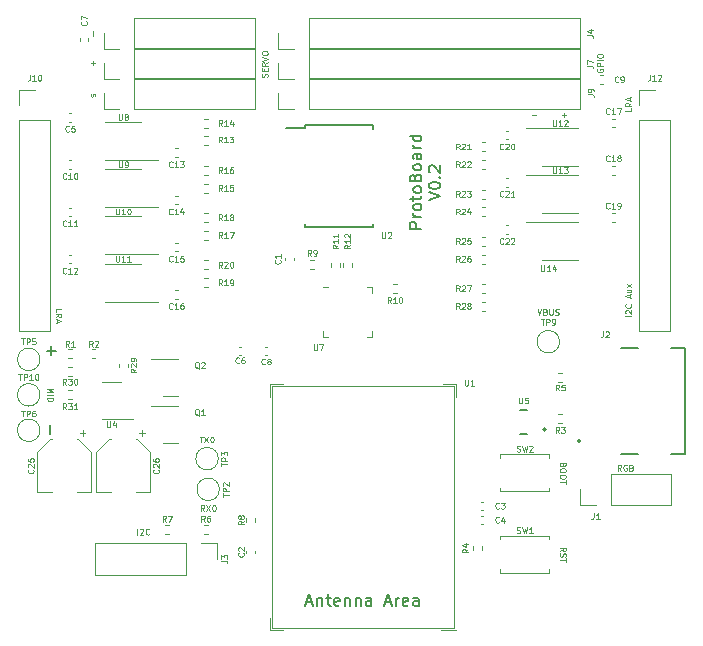
<source format=gto>
G04 #@! TF.GenerationSoftware,KiCad,Pcbnew,(6.0.11)*
G04 #@! TF.CreationDate,2023-03-15T17:37:52+01:00*
G04 #@! TF.ProjectId,ProtoBoard,50726f74-6f42-46f6-9172-642e6b696361,rev?*
G04 #@! TF.SameCoordinates,Original*
G04 #@! TF.FileFunction,Legend,Top*
G04 #@! TF.FilePolarity,Positive*
%FSLAX46Y46*%
G04 Gerber Fmt 4.6, Leading zero omitted, Abs format (unit mm)*
G04 Created by KiCad (PCBNEW (6.0.11)) date 2023-03-15 17:37:52*
%MOMM*%
%LPD*%
G01*
G04 APERTURE LIST*
%ADD10C,0.200000*%
%ADD11C,0.100000*%
%ADD12C,0.150000*%
%ADD13C,0.120000*%
%ADD14C,0.127000*%
G04 APERTURE END LIST*
D10*
X50669047Y-90521428D02*
X51430952Y-90521428D01*
X51050000Y-90902380D02*
X51050000Y-90140476D01*
D11*
X94485714Y-70740476D02*
X94485714Y-70359523D01*
X94676190Y-70550000D02*
X94295238Y-70550000D01*
X51423809Y-87240476D02*
X51423809Y-87002380D01*
X51923809Y-87002380D01*
X51423809Y-87692857D02*
X51661904Y-87526190D01*
X51423809Y-87407142D02*
X51923809Y-87407142D01*
X51923809Y-87597619D01*
X51900000Y-87645238D01*
X51876190Y-87669047D01*
X51828571Y-87692857D01*
X51757142Y-87692857D01*
X51709523Y-87669047D01*
X51685714Y-87645238D01*
X51661904Y-87597619D01*
X51661904Y-87407142D01*
X51566666Y-87883333D02*
X51566666Y-88121428D01*
X51423809Y-87835714D02*
X51923809Y-88002380D01*
X51423809Y-88169047D01*
X100176190Y-87571428D02*
X99676190Y-87571428D01*
X99723809Y-87357142D02*
X99700000Y-87333333D01*
X99676190Y-87285714D01*
X99676190Y-87166666D01*
X99700000Y-87119047D01*
X99723809Y-87095238D01*
X99771428Y-87071428D01*
X99819047Y-87071428D01*
X99890476Y-87095238D01*
X100176190Y-87380952D01*
X100176190Y-87071428D01*
X100128571Y-86571428D02*
X100152380Y-86595238D01*
X100176190Y-86666666D01*
X100176190Y-86714285D01*
X100152380Y-86785714D01*
X100104761Y-86833333D01*
X100057142Y-86857142D01*
X99961904Y-86880952D01*
X99890476Y-86880952D01*
X99795238Y-86857142D01*
X99747619Y-86833333D01*
X99700000Y-86785714D01*
X99676190Y-86714285D01*
X99676190Y-86666666D01*
X99700000Y-86595238D01*
X99723809Y-86571428D01*
X100033333Y-86000000D02*
X100033333Y-85761904D01*
X100176190Y-86047619D02*
X99676190Y-85880952D01*
X100176190Y-85714285D01*
X99842857Y-85333333D02*
X100176190Y-85333333D01*
X99842857Y-85547619D02*
X100104761Y-85547619D01*
X100152380Y-85523809D01*
X100176190Y-85476190D01*
X100176190Y-85404761D01*
X100152380Y-85357142D01*
X100128571Y-85333333D01*
X100176190Y-85142857D02*
X99842857Y-84880952D01*
X99842857Y-85142857D02*
X100176190Y-84880952D01*
X50723809Y-93714285D02*
X51223809Y-93714285D01*
X50866666Y-93880952D01*
X51223809Y-94047619D01*
X50723809Y-94047619D01*
X50723809Y-94285714D02*
X51223809Y-94285714D01*
X50723809Y-94523809D02*
X51223809Y-94523809D01*
X51223809Y-94642857D01*
X51200000Y-94714285D01*
X51152380Y-94761904D01*
X51104761Y-94785714D01*
X51009523Y-94809523D01*
X50938095Y-94809523D01*
X50842857Y-94785714D01*
X50795238Y-94761904D01*
X50747619Y-94714285D01*
X50723809Y-94642857D01*
X50723809Y-94523809D01*
X54614285Y-65959523D02*
X54614285Y-66340476D01*
X54423809Y-66150000D02*
X54804761Y-66150000D01*
X54614285Y-63459523D02*
X54614285Y-63840476D01*
X64028571Y-104076190D02*
X63861904Y-103838095D01*
X63742857Y-104076190D02*
X63742857Y-103576190D01*
X63933333Y-103576190D01*
X63980952Y-103600000D01*
X64004761Y-103623809D01*
X64028571Y-103671428D01*
X64028571Y-103742857D01*
X64004761Y-103790476D01*
X63980952Y-103814285D01*
X63933333Y-103838095D01*
X63742857Y-103838095D01*
X64195238Y-103576190D02*
X64528571Y-104076190D01*
X64528571Y-103576190D02*
X64195238Y-104076190D01*
X64814285Y-103576190D02*
X64861904Y-103576190D01*
X64909523Y-103600000D01*
X64933333Y-103623809D01*
X64957142Y-103671428D01*
X64980952Y-103766666D01*
X64980952Y-103885714D01*
X64957142Y-103980952D01*
X64933333Y-104028571D01*
X64909523Y-104052380D01*
X64861904Y-104076190D01*
X64814285Y-104076190D01*
X64766666Y-104052380D01*
X64742857Y-104028571D01*
X64719047Y-103980952D01*
X64695238Y-103885714D01*
X64695238Y-103766666D01*
X64719047Y-103671428D01*
X64742857Y-103623809D01*
X64766666Y-103600000D01*
X64814285Y-103576190D01*
X94123809Y-107476190D02*
X94361904Y-107309523D01*
X94123809Y-107190476D02*
X94623809Y-107190476D01*
X94623809Y-107380952D01*
X94600000Y-107428571D01*
X94576190Y-107452380D01*
X94528571Y-107476190D01*
X94457142Y-107476190D01*
X94409523Y-107452380D01*
X94385714Y-107428571D01*
X94361904Y-107380952D01*
X94361904Y-107190476D01*
X94147619Y-107666666D02*
X94123809Y-107738095D01*
X94123809Y-107857142D01*
X94147619Y-107904761D01*
X94171428Y-107928571D01*
X94219047Y-107952380D01*
X94266666Y-107952380D01*
X94314285Y-107928571D01*
X94338095Y-107904761D01*
X94361904Y-107857142D01*
X94385714Y-107761904D01*
X94409523Y-107714285D01*
X94433333Y-107690476D01*
X94480952Y-107666666D01*
X94528571Y-107666666D01*
X94576190Y-107690476D01*
X94600000Y-107714285D01*
X94623809Y-107761904D01*
X94623809Y-107880952D01*
X94600000Y-107952380D01*
X94623809Y-108095238D02*
X94623809Y-108380952D01*
X94123809Y-108238095D02*
X94623809Y-108238095D01*
X97300000Y-66650000D02*
X97276190Y-66697619D01*
X97276190Y-66769047D01*
X97300000Y-66840476D01*
X97347619Y-66888095D01*
X97395238Y-66911904D01*
X97490476Y-66935714D01*
X97561904Y-66935714D01*
X97657142Y-66911904D01*
X97704761Y-66888095D01*
X97752380Y-66840476D01*
X97776190Y-66769047D01*
X97776190Y-66721428D01*
X97752380Y-66650000D01*
X97728571Y-66626190D01*
X97561904Y-66626190D01*
X97561904Y-66721428D01*
X97776190Y-66411904D02*
X97276190Y-66411904D01*
X97276190Y-66221428D01*
X97300000Y-66173809D01*
X97323809Y-66150000D01*
X97371428Y-66126190D01*
X97442857Y-66126190D01*
X97490476Y-66150000D01*
X97514285Y-66173809D01*
X97538095Y-66221428D01*
X97538095Y-66411904D01*
X97776190Y-65911904D02*
X97276190Y-65911904D01*
X97276190Y-65578571D02*
X97276190Y-65483333D01*
X97300000Y-65435714D01*
X97347619Y-65388095D01*
X97442857Y-65364285D01*
X97609523Y-65364285D01*
X97704761Y-65388095D01*
X97752380Y-65435714D01*
X97776190Y-65483333D01*
X97776190Y-65578571D01*
X97752380Y-65626190D01*
X97704761Y-65673809D01*
X97609523Y-65697619D01*
X97442857Y-65697619D01*
X97347619Y-65673809D01*
X97300000Y-65626190D01*
X97276190Y-65578571D01*
X54447619Y-68792857D02*
X54423809Y-68840476D01*
X54423809Y-68935714D01*
X54447619Y-68983333D01*
X54495238Y-69007142D01*
X54519047Y-69007142D01*
X54566666Y-68983333D01*
X54590476Y-68935714D01*
X54590476Y-68864285D01*
X54614285Y-68816666D01*
X54661904Y-68792857D01*
X54685714Y-68792857D01*
X54733333Y-68816666D01*
X54757142Y-68864285D01*
X54757142Y-68935714D01*
X54733333Y-68983333D01*
D12*
X82397380Y-80178571D02*
X81397380Y-80178571D01*
X81397380Y-79797619D01*
X81445000Y-79702380D01*
X81492619Y-79654761D01*
X81587857Y-79607142D01*
X81730714Y-79607142D01*
X81825952Y-79654761D01*
X81873571Y-79702380D01*
X81921190Y-79797619D01*
X81921190Y-80178571D01*
X82397380Y-79178571D02*
X81730714Y-79178571D01*
X81921190Y-79178571D02*
X81825952Y-79130952D01*
X81778333Y-79083333D01*
X81730714Y-78988095D01*
X81730714Y-78892857D01*
X82397380Y-78416666D02*
X82349761Y-78511904D01*
X82302142Y-78559523D01*
X82206904Y-78607142D01*
X81921190Y-78607142D01*
X81825952Y-78559523D01*
X81778333Y-78511904D01*
X81730714Y-78416666D01*
X81730714Y-78273809D01*
X81778333Y-78178571D01*
X81825952Y-78130952D01*
X81921190Y-78083333D01*
X82206904Y-78083333D01*
X82302142Y-78130952D01*
X82349761Y-78178571D01*
X82397380Y-78273809D01*
X82397380Y-78416666D01*
X81730714Y-77797619D02*
X81730714Y-77416666D01*
X81397380Y-77654761D02*
X82254523Y-77654761D01*
X82349761Y-77607142D01*
X82397380Y-77511904D01*
X82397380Y-77416666D01*
X82397380Y-76940476D02*
X82349761Y-77035714D01*
X82302142Y-77083333D01*
X82206904Y-77130952D01*
X81921190Y-77130952D01*
X81825952Y-77083333D01*
X81778333Y-77035714D01*
X81730714Y-76940476D01*
X81730714Y-76797619D01*
X81778333Y-76702380D01*
X81825952Y-76654761D01*
X81921190Y-76607142D01*
X82206904Y-76607142D01*
X82302142Y-76654761D01*
X82349761Y-76702380D01*
X82397380Y-76797619D01*
X82397380Y-76940476D01*
X81873571Y-75845238D02*
X81921190Y-75702380D01*
X81968809Y-75654761D01*
X82064047Y-75607142D01*
X82206904Y-75607142D01*
X82302142Y-75654761D01*
X82349761Y-75702380D01*
X82397380Y-75797619D01*
X82397380Y-76178571D01*
X81397380Y-76178571D01*
X81397380Y-75845238D01*
X81445000Y-75750000D01*
X81492619Y-75702380D01*
X81587857Y-75654761D01*
X81683095Y-75654761D01*
X81778333Y-75702380D01*
X81825952Y-75750000D01*
X81873571Y-75845238D01*
X81873571Y-76178571D01*
X82397380Y-75035714D02*
X82349761Y-75130952D01*
X82302142Y-75178571D01*
X82206904Y-75226190D01*
X81921190Y-75226190D01*
X81825952Y-75178571D01*
X81778333Y-75130952D01*
X81730714Y-75035714D01*
X81730714Y-74892857D01*
X81778333Y-74797619D01*
X81825952Y-74750000D01*
X81921190Y-74702380D01*
X82206904Y-74702380D01*
X82302142Y-74750000D01*
X82349761Y-74797619D01*
X82397380Y-74892857D01*
X82397380Y-75035714D01*
X82397380Y-73845238D02*
X81873571Y-73845238D01*
X81778333Y-73892857D01*
X81730714Y-73988095D01*
X81730714Y-74178571D01*
X81778333Y-74273809D01*
X82349761Y-73845238D02*
X82397380Y-73940476D01*
X82397380Y-74178571D01*
X82349761Y-74273809D01*
X82254523Y-74321428D01*
X82159285Y-74321428D01*
X82064047Y-74273809D01*
X82016428Y-74178571D01*
X82016428Y-73940476D01*
X81968809Y-73845238D01*
X82397380Y-73369047D02*
X81730714Y-73369047D01*
X81921190Y-73369047D02*
X81825952Y-73321428D01*
X81778333Y-73273809D01*
X81730714Y-73178571D01*
X81730714Y-73083333D01*
X82397380Y-72321428D02*
X81397380Y-72321428D01*
X82349761Y-72321428D02*
X82397380Y-72416666D01*
X82397380Y-72607142D01*
X82349761Y-72702380D01*
X82302142Y-72750000D01*
X82206904Y-72797619D01*
X81921190Y-72797619D01*
X81825952Y-72750000D01*
X81778333Y-72702380D01*
X81730714Y-72607142D01*
X81730714Y-72416666D01*
X81778333Y-72321428D01*
X83007380Y-77773809D02*
X84007380Y-77440476D01*
X83007380Y-77107142D01*
X83007380Y-76583333D02*
X83007380Y-76488095D01*
X83055000Y-76392857D01*
X83102619Y-76345238D01*
X83197857Y-76297619D01*
X83388333Y-76250000D01*
X83626428Y-76250000D01*
X83816904Y-76297619D01*
X83912142Y-76345238D01*
X83959761Y-76392857D01*
X84007380Y-76488095D01*
X84007380Y-76583333D01*
X83959761Y-76678571D01*
X83912142Y-76726190D01*
X83816904Y-76773809D01*
X83626428Y-76821428D01*
X83388333Y-76821428D01*
X83197857Y-76773809D01*
X83102619Y-76726190D01*
X83055000Y-76678571D01*
X83007380Y-76583333D01*
X83912142Y-75821428D02*
X83959761Y-75773809D01*
X84007380Y-75821428D01*
X83959761Y-75869047D01*
X83912142Y-75821428D01*
X84007380Y-75821428D01*
X83102619Y-75392857D02*
X83055000Y-75345238D01*
X83007380Y-75250000D01*
X83007380Y-75011904D01*
X83055000Y-74916666D01*
X83102619Y-74869047D01*
X83197857Y-74821428D01*
X83293095Y-74821428D01*
X83435952Y-74869047D01*
X84007380Y-75440476D01*
X84007380Y-74821428D01*
D11*
X92233333Y-86976190D02*
X92400000Y-87476190D01*
X92566666Y-86976190D01*
X92900000Y-87214285D02*
X92971428Y-87238095D01*
X92995238Y-87261904D01*
X93019047Y-87309523D01*
X93019047Y-87380952D01*
X92995238Y-87428571D01*
X92971428Y-87452380D01*
X92923809Y-87476190D01*
X92733333Y-87476190D01*
X92733333Y-86976190D01*
X92900000Y-86976190D01*
X92947619Y-87000000D01*
X92971428Y-87023809D01*
X92995238Y-87071428D01*
X92995238Y-87119047D01*
X92971428Y-87166666D01*
X92947619Y-87190476D01*
X92900000Y-87214285D01*
X92733333Y-87214285D01*
X93233333Y-86976190D02*
X93233333Y-87380952D01*
X93257142Y-87428571D01*
X93280952Y-87452380D01*
X93328571Y-87476190D01*
X93423809Y-87476190D01*
X93471428Y-87452380D01*
X93495238Y-87428571D01*
X93519047Y-87380952D01*
X93519047Y-86976190D01*
X93733333Y-87452380D02*
X93804761Y-87476190D01*
X93923809Y-87476190D01*
X93971428Y-87452380D01*
X93995238Y-87428571D01*
X94019047Y-87380952D01*
X94019047Y-87333333D01*
X93995238Y-87285714D01*
X93971428Y-87261904D01*
X93923809Y-87238095D01*
X93828571Y-87214285D01*
X93780952Y-87190476D01*
X93757142Y-87166666D01*
X93733333Y-87119047D01*
X93733333Y-87071428D01*
X93757142Y-87023809D01*
X93780952Y-87000000D01*
X93828571Y-86976190D01*
X93947619Y-86976190D01*
X94019047Y-87000000D01*
D10*
X50921428Y-97530952D02*
X50921428Y-96769047D01*
D11*
X63630952Y-97776190D02*
X63916666Y-97776190D01*
X63773809Y-98276190D02*
X63773809Y-97776190D01*
X64035714Y-97776190D02*
X64369047Y-98276190D01*
X64369047Y-97776190D02*
X64035714Y-98276190D01*
X64654761Y-97776190D02*
X64702380Y-97776190D01*
X64750000Y-97800000D01*
X64773809Y-97823809D01*
X64797619Y-97871428D01*
X64821428Y-97966666D01*
X64821428Y-98085714D01*
X64797619Y-98180952D01*
X64773809Y-98228571D01*
X64750000Y-98252380D01*
X64702380Y-98276190D01*
X64654761Y-98276190D01*
X64607142Y-98252380D01*
X64583333Y-98228571D01*
X64559523Y-98180952D01*
X64535714Y-98085714D01*
X64535714Y-97966666D01*
X64559523Y-97871428D01*
X64583333Y-97823809D01*
X64607142Y-97800000D01*
X64654761Y-97776190D01*
X100176190Y-69959523D02*
X100176190Y-70197619D01*
X99676190Y-70197619D01*
X100176190Y-69507142D02*
X99938095Y-69673809D01*
X100176190Y-69792857D02*
X99676190Y-69792857D01*
X99676190Y-69602380D01*
X99700000Y-69554761D01*
X99723809Y-69530952D01*
X99771428Y-69507142D01*
X99842857Y-69507142D01*
X99890476Y-69530952D01*
X99914285Y-69554761D01*
X99938095Y-69602380D01*
X99938095Y-69792857D01*
X100033333Y-69316666D02*
X100033333Y-69078571D01*
X100176190Y-69364285D02*
X99676190Y-69197619D01*
X100176190Y-69030952D01*
X69352380Y-67345238D02*
X69376190Y-67273809D01*
X69376190Y-67154761D01*
X69352380Y-67107142D01*
X69328571Y-67083333D01*
X69280952Y-67059523D01*
X69233333Y-67059523D01*
X69185714Y-67083333D01*
X69161904Y-67107142D01*
X69138095Y-67154761D01*
X69114285Y-67250000D01*
X69090476Y-67297619D01*
X69066666Y-67321428D01*
X69019047Y-67345238D01*
X68971428Y-67345238D01*
X68923809Y-67321428D01*
X68900000Y-67297619D01*
X68876190Y-67250000D01*
X68876190Y-67130952D01*
X68900000Y-67059523D01*
X69114285Y-66845238D02*
X69114285Y-66678571D01*
X69376190Y-66607142D02*
X69376190Y-66845238D01*
X68876190Y-66845238D01*
X68876190Y-66607142D01*
X69376190Y-66107142D02*
X69138095Y-66273809D01*
X69376190Y-66392857D02*
X68876190Y-66392857D01*
X68876190Y-66202380D01*
X68900000Y-66154761D01*
X68923809Y-66130952D01*
X68971428Y-66107142D01*
X69042857Y-66107142D01*
X69090476Y-66130952D01*
X69114285Y-66154761D01*
X69138095Y-66202380D01*
X69138095Y-66392857D01*
X68876190Y-65964285D02*
X69376190Y-65797619D01*
X68876190Y-65630952D01*
X68876190Y-65369047D02*
X68876190Y-65273809D01*
X68900000Y-65226190D01*
X68947619Y-65178571D01*
X69042857Y-65154761D01*
X69209523Y-65154761D01*
X69304761Y-65178571D01*
X69352380Y-65226190D01*
X69376190Y-65273809D01*
X69376190Y-65369047D01*
X69352380Y-65416666D01*
X69304761Y-65464285D01*
X69209523Y-65488095D01*
X69042857Y-65488095D01*
X68947619Y-65464285D01*
X68900000Y-65416666D01*
X68876190Y-65369047D01*
X94385714Y-100171428D02*
X94361904Y-100242857D01*
X94338095Y-100266666D01*
X94290476Y-100290476D01*
X94219047Y-100290476D01*
X94171428Y-100266666D01*
X94147619Y-100242857D01*
X94123809Y-100195238D01*
X94123809Y-100004761D01*
X94623809Y-100004761D01*
X94623809Y-100171428D01*
X94600000Y-100219047D01*
X94576190Y-100242857D01*
X94528571Y-100266666D01*
X94480952Y-100266666D01*
X94433333Y-100242857D01*
X94409523Y-100219047D01*
X94385714Y-100171428D01*
X94385714Y-100004761D01*
X94623809Y-100600000D02*
X94623809Y-100695238D01*
X94600000Y-100742857D01*
X94552380Y-100790476D01*
X94457142Y-100814285D01*
X94290476Y-100814285D01*
X94195238Y-100790476D01*
X94147619Y-100742857D01*
X94123809Y-100695238D01*
X94123809Y-100600000D01*
X94147619Y-100552380D01*
X94195238Y-100504761D01*
X94290476Y-100480952D01*
X94457142Y-100480952D01*
X94552380Y-100504761D01*
X94600000Y-100552380D01*
X94623809Y-100600000D01*
X94623809Y-101123809D02*
X94623809Y-101219047D01*
X94600000Y-101266666D01*
X94552380Y-101314285D01*
X94457142Y-101338095D01*
X94290476Y-101338095D01*
X94195238Y-101314285D01*
X94147619Y-101266666D01*
X94123809Y-101219047D01*
X94123809Y-101123809D01*
X94147619Y-101076190D01*
X94195238Y-101028571D01*
X94290476Y-101004761D01*
X94457142Y-101004761D01*
X94552380Y-101028571D01*
X94600000Y-101076190D01*
X94623809Y-101123809D01*
X94623809Y-101480952D02*
X94623809Y-101766666D01*
X94123809Y-101623809D02*
X94623809Y-101623809D01*
X99304761Y-100676190D02*
X99138095Y-100438095D01*
X99019047Y-100676190D02*
X99019047Y-100176190D01*
X99209523Y-100176190D01*
X99257142Y-100200000D01*
X99280952Y-100223809D01*
X99304761Y-100271428D01*
X99304761Y-100342857D01*
X99280952Y-100390476D01*
X99257142Y-100414285D01*
X99209523Y-100438095D01*
X99019047Y-100438095D01*
X99780952Y-100200000D02*
X99733333Y-100176190D01*
X99661904Y-100176190D01*
X99590476Y-100200000D01*
X99542857Y-100247619D01*
X99519047Y-100295238D01*
X99495238Y-100390476D01*
X99495238Y-100461904D01*
X99519047Y-100557142D01*
X99542857Y-100604761D01*
X99590476Y-100652380D01*
X99661904Y-100676190D01*
X99709523Y-100676190D01*
X99780952Y-100652380D01*
X99804761Y-100628571D01*
X99804761Y-100461904D01*
X99709523Y-100461904D01*
X100185714Y-100414285D02*
X100257142Y-100438095D01*
X100280952Y-100461904D01*
X100304761Y-100509523D01*
X100304761Y-100580952D01*
X100280952Y-100628571D01*
X100257142Y-100652380D01*
X100209523Y-100676190D01*
X100019047Y-100676190D01*
X100019047Y-100176190D01*
X100185714Y-100176190D01*
X100233333Y-100200000D01*
X100257142Y-100223809D01*
X100280952Y-100271428D01*
X100280952Y-100319047D01*
X100257142Y-100366666D01*
X100233333Y-100390476D01*
X100185714Y-100414285D01*
X100019047Y-100414285D01*
X92140476Y-70514285D02*
X91759523Y-70514285D01*
X58361904Y-106076190D02*
X58361904Y-105576190D01*
X58576190Y-105623809D02*
X58600000Y-105600000D01*
X58647619Y-105576190D01*
X58766666Y-105576190D01*
X58814285Y-105600000D01*
X58838095Y-105623809D01*
X58861904Y-105671428D01*
X58861904Y-105719047D01*
X58838095Y-105790476D01*
X58552380Y-106076190D01*
X58861904Y-106076190D01*
X59361904Y-106028571D02*
X59338095Y-106052380D01*
X59266666Y-106076190D01*
X59219047Y-106076190D01*
X59147619Y-106052380D01*
X59100000Y-106004761D01*
X59076190Y-105957142D01*
X59052380Y-105861904D01*
X59052380Y-105790476D01*
X59076190Y-105695238D01*
X59100000Y-105647619D01*
X59147619Y-105600000D01*
X59219047Y-105576190D01*
X59266666Y-105576190D01*
X59338095Y-105600000D01*
X59361904Y-105623809D01*
X66966666Y-91528571D02*
X66942857Y-91552380D01*
X66871428Y-91576190D01*
X66823809Y-91576190D01*
X66752380Y-91552380D01*
X66704761Y-91504761D01*
X66680952Y-91457142D01*
X66657142Y-91361904D01*
X66657142Y-91290476D01*
X66680952Y-91195238D01*
X66704761Y-91147619D01*
X66752380Y-91100000D01*
X66823809Y-91076190D01*
X66871428Y-91076190D01*
X66942857Y-91100000D01*
X66966666Y-91123809D01*
X67395238Y-91076190D02*
X67300000Y-91076190D01*
X67252380Y-91100000D01*
X67228571Y-91123809D01*
X67180952Y-91195238D01*
X67157142Y-91290476D01*
X67157142Y-91480952D01*
X67180952Y-91528571D01*
X67204761Y-91552380D01*
X67252380Y-91576190D01*
X67347619Y-91576190D01*
X67395238Y-91552380D01*
X67419047Y-91528571D01*
X67442857Y-91480952D01*
X67442857Y-91361904D01*
X67419047Y-91314285D01*
X67395238Y-91290476D01*
X67347619Y-91266666D01*
X67252380Y-91266666D01*
X67204761Y-91290476D01*
X67180952Y-91314285D01*
X67157142Y-91361904D01*
X85628571Y-78976190D02*
X85461904Y-78738095D01*
X85342857Y-78976190D02*
X85342857Y-78476190D01*
X85533333Y-78476190D01*
X85580952Y-78500000D01*
X85604761Y-78523809D01*
X85628571Y-78571428D01*
X85628571Y-78642857D01*
X85604761Y-78690476D01*
X85580952Y-78714285D01*
X85533333Y-78738095D01*
X85342857Y-78738095D01*
X85819047Y-78523809D02*
X85842857Y-78500000D01*
X85890476Y-78476190D01*
X86009523Y-78476190D01*
X86057142Y-78500000D01*
X86080952Y-78523809D01*
X86104761Y-78571428D01*
X86104761Y-78619047D01*
X86080952Y-78690476D01*
X85795238Y-78976190D01*
X86104761Y-78976190D01*
X86533333Y-78642857D02*
X86533333Y-78976190D01*
X86414285Y-78452380D02*
X86295238Y-78809523D01*
X86604761Y-78809523D01*
X73066666Y-82476190D02*
X72900000Y-82238095D01*
X72780952Y-82476190D02*
X72780952Y-81976190D01*
X72971428Y-81976190D01*
X73019047Y-82000000D01*
X73042857Y-82023809D01*
X73066666Y-82071428D01*
X73066666Y-82142857D01*
X73042857Y-82190476D01*
X73019047Y-82214285D01*
X72971428Y-82238095D01*
X72780952Y-82238095D01*
X73304761Y-82476190D02*
X73400000Y-82476190D01*
X73447619Y-82452380D01*
X73471428Y-82428571D01*
X73519047Y-82357142D01*
X73542857Y-82261904D01*
X73542857Y-82071428D01*
X73519047Y-82023809D01*
X73495238Y-82000000D01*
X73447619Y-81976190D01*
X73352380Y-81976190D01*
X73304761Y-82000000D01*
X73280952Y-82023809D01*
X73257142Y-82071428D01*
X73257142Y-82190476D01*
X73280952Y-82238095D01*
X73304761Y-82261904D01*
X73352380Y-82285714D01*
X73447619Y-82285714D01*
X73495238Y-82261904D01*
X73519047Y-82238095D01*
X73542857Y-82190476D01*
X96451190Y-66416666D02*
X96808333Y-66416666D01*
X96879761Y-66440476D01*
X96927380Y-66488095D01*
X96951190Y-66559523D01*
X96951190Y-66607142D01*
X96451190Y-66226190D02*
X96451190Y-65892857D01*
X96951190Y-66107142D01*
X65528571Y-71476190D02*
X65361904Y-71238095D01*
X65242857Y-71476190D02*
X65242857Y-70976190D01*
X65433333Y-70976190D01*
X65480952Y-71000000D01*
X65504761Y-71023809D01*
X65528571Y-71071428D01*
X65528571Y-71142857D01*
X65504761Y-71190476D01*
X65480952Y-71214285D01*
X65433333Y-71238095D01*
X65242857Y-71238095D01*
X66004761Y-71476190D02*
X65719047Y-71476190D01*
X65861904Y-71476190D02*
X65861904Y-70976190D01*
X65814285Y-71047619D01*
X65766666Y-71095238D01*
X65719047Y-71119047D01*
X66433333Y-71142857D02*
X66433333Y-71476190D01*
X66314285Y-70952380D02*
X66195238Y-71309523D01*
X66504761Y-71309523D01*
X89328571Y-73428571D02*
X89304761Y-73452380D01*
X89233333Y-73476190D01*
X89185714Y-73476190D01*
X89114285Y-73452380D01*
X89066666Y-73404761D01*
X89042857Y-73357142D01*
X89019047Y-73261904D01*
X89019047Y-73190476D01*
X89042857Y-73095238D01*
X89066666Y-73047619D01*
X89114285Y-73000000D01*
X89185714Y-72976190D01*
X89233333Y-72976190D01*
X89304761Y-73000000D01*
X89328571Y-73023809D01*
X89519047Y-73023809D02*
X89542857Y-73000000D01*
X89590476Y-72976190D01*
X89709523Y-72976190D01*
X89757142Y-73000000D01*
X89780952Y-73023809D01*
X89804761Y-73071428D01*
X89804761Y-73119047D01*
X89780952Y-73190476D01*
X89495238Y-73476190D01*
X89804761Y-73476190D01*
X90114285Y-72976190D02*
X90161904Y-72976190D01*
X90209523Y-73000000D01*
X90233333Y-73023809D01*
X90257142Y-73071428D01*
X90280952Y-73166666D01*
X90280952Y-73285714D01*
X90257142Y-73380952D01*
X90233333Y-73428571D01*
X90209523Y-73452380D01*
X90161904Y-73476190D01*
X90114285Y-73476190D01*
X90066666Y-73452380D01*
X90042857Y-73428571D01*
X90019047Y-73380952D01*
X89995238Y-73285714D01*
X89995238Y-73166666D01*
X90019047Y-73071428D01*
X90042857Y-73023809D01*
X90066666Y-73000000D01*
X90114285Y-72976190D01*
X61328571Y-86928571D02*
X61304761Y-86952380D01*
X61233333Y-86976190D01*
X61185714Y-86976190D01*
X61114285Y-86952380D01*
X61066666Y-86904761D01*
X61042857Y-86857142D01*
X61019047Y-86761904D01*
X61019047Y-86690476D01*
X61042857Y-86595238D01*
X61066666Y-86547619D01*
X61114285Y-86500000D01*
X61185714Y-86476190D01*
X61233333Y-86476190D01*
X61304761Y-86500000D01*
X61328571Y-86523809D01*
X61804761Y-86976190D02*
X61519047Y-86976190D01*
X61661904Y-86976190D02*
X61661904Y-86476190D01*
X61614285Y-86547619D01*
X61566666Y-86595238D01*
X61519047Y-86619047D01*
X62233333Y-86476190D02*
X62138095Y-86476190D01*
X62090476Y-86500000D01*
X62066666Y-86523809D01*
X62019047Y-86595238D01*
X61995238Y-86690476D01*
X61995238Y-86880952D01*
X62019047Y-86928571D01*
X62042857Y-86952380D01*
X62090476Y-86976190D01*
X62185714Y-86976190D01*
X62233333Y-86952380D01*
X62257142Y-86928571D01*
X62280952Y-86880952D01*
X62280952Y-86761904D01*
X62257142Y-86714285D01*
X62233333Y-86690476D01*
X62185714Y-86666666D01*
X62090476Y-86666666D01*
X62042857Y-86690476D01*
X62019047Y-86714285D01*
X61995238Y-86761904D01*
X96476190Y-68816666D02*
X96833333Y-68816666D01*
X96904761Y-68840476D01*
X96952380Y-68888095D01*
X96976190Y-68959523D01*
X96976190Y-69007142D01*
X96976190Y-68554761D02*
X96976190Y-68459523D01*
X96952380Y-68411904D01*
X96928571Y-68388095D01*
X96857142Y-68340476D01*
X96761904Y-68316666D01*
X96571428Y-68316666D01*
X96523809Y-68340476D01*
X96500000Y-68364285D01*
X96476190Y-68411904D01*
X96476190Y-68507142D01*
X96500000Y-68554761D01*
X96523809Y-68578571D01*
X96571428Y-68602380D01*
X96690476Y-68602380D01*
X96738095Y-68578571D01*
X96761904Y-68554761D01*
X96785714Y-68507142D01*
X96785714Y-68411904D01*
X96761904Y-68364285D01*
X96738095Y-68340476D01*
X96690476Y-68316666D01*
X56530952Y-78476190D02*
X56530952Y-78880952D01*
X56554761Y-78928571D01*
X56578571Y-78952380D01*
X56626190Y-78976190D01*
X56721428Y-78976190D01*
X56769047Y-78952380D01*
X56792857Y-78928571D01*
X56816666Y-78880952D01*
X56816666Y-78476190D01*
X57316666Y-78976190D02*
X57030952Y-78976190D01*
X57173809Y-78976190D02*
X57173809Y-78476190D01*
X57126190Y-78547619D01*
X57078571Y-78595238D01*
X57030952Y-78619047D01*
X57626190Y-78476190D02*
X57673809Y-78476190D01*
X57721428Y-78500000D01*
X57745238Y-78523809D01*
X57769047Y-78571428D01*
X57792857Y-78666666D01*
X57792857Y-78785714D01*
X57769047Y-78880952D01*
X57745238Y-78928571D01*
X57721428Y-78952380D01*
X57673809Y-78976190D01*
X57626190Y-78976190D01*
X57578571Y-78952380D01*
X57554761Y-78928571D01*
X57530952Y-78880952D01*
X57507142Y-78785714D01*
X57507142Y-78666666D01*
X57530952Y-78571428D01*
X57554761Y-78523809D01*
X57578571Y-78500000D01*
X57626190Y-78476190D01*
X48280952Y-92476190D02*
X48566666Y-92476190D01*
X48423809Y-92976190D02*
X48423809Y-92476190D01*
X48733333Y-92976190D02*
X48733333Y-92476190D01*
X48923809Y-92476190D01*
X48971428Y-92500000D01*
X48995238Y-92523809D01*
X49019047Y-92571428D01*
X49019047Y-92642857D01*
X48995238Y-92690476D01*
X48971428Y-92714285D01*
X48923809Y-92738095D01*
X48733333Y-92738095D01*
X49495238Y-92976190D02*
X49209523Y-92976190D01*
X49352380Y-92976190D02*
X49352380Y-92476190D01*
X49304761Y-92547619D01*
X49257142Y-92595238D01*
X49209523Y-92619047D01*
X49804761Y-92476190D02*
X49852380Y-92476190D01*
X49900000Y-92500000D01*
X49923809Y-92523809D01*
X49947619Y-92571428D01*
X49971428Y-92666666D01*
X49971428Y-92785714D01*
X49947619Y-92880952D01*
X49923809Y-92928571D01*
X49900000Y-92952380D01*
X49852380Y-92976190D01*
X49804761Y-92976190D01*
X49757142Y-92952380D01*
X49733333Y-92928571D01*
X49709523Y-92880952D01*
X49685714Y-92785714D01*
X49685714Y-92666666D01*
X49709523Y-92571428D01*
X49733333Y-92523809D01*
X49757142Y-92500000D01*
X49804761Y-92476190D01*
X65476190Y-100280952D02*
X65476190Y-99995238D01*
X65976190Y-100138095D02*
X65476190Y-100138095D01*
X65976190Y-99828571D02*
X65476190Y-99828571D01*
X65476190Y-99638095D01*
X65500000Y-99590476D01*
X65523809Y-99566666D01*
X65571428Y-99542857D01*
X65642857Y-99542857D01*
X65690476Y-99566666D01*
X65714285Y-99590476D01*
X65738095Y-99638095D01*
X65738095Y-99828571D01*
X65476190Y-99376190D02*
X65476190Y-99066666D01*
X65666666Y-99233333D01*
X65666666Y-99161904D01*
X65690476Y-99114285D01*
X65714285Y-99090476D01*
X65761904Y-99066666D01*
X65880952Y-99066666D01*
X65928571Y-99090476D01*
X65952380Y-99114285D01*
X65976190Y-99161904D01*
X65976190Y-99304761D01*
X65952380Y-99352380D01*
X65928571Y-99376190D01*
X90669047Y-94476190D02*
X90669047Y-94880952D01*
X90692857Y-94928571D01*
X90716666Y-94952380D01*
X90764285Y-94976190D01*
X90859523Y-94976190D01*
X90907142Y-94952380D01*
X90930952Y-94928571D01*
X90954761Y-94880952D01*
X90954761Y-94476190D01*
X91430952Y-94476190D02*
X91192857Y-94476190D01*
X91169047Y-94714285D01*
X91192857Y-94690476D01*
X91240476Y-94666666D01*
X91359523Y-94666666D01*
X91407142Y-94690476D01*
X91430952Y-94714285D01*
X91454761Y-94761904D01*
X91454761Y-94880952D01*
X91430952Y-94928571D01*
X91407142Y-94952380D01*
X91359523Y-94976190D01*
X91240476Y-94976190D01*
X91192857Y-94952380D01*
X91169047Y-94928571D01*
X52566666Y-71928571D02*
X52542857Y-71952380D01*
X52471428Y-71976190D01*
X52423809Y-71976190D01*
X52352380Y-71952380D01*
X52304761Y-71904761D01*
X52280952Y-71857142D01*
X52257142Y-71761904D01*
X52257142Y-71690476D01*
X52280952Y-71595238D01*
X52304761Y-71547619D01*
X52352380Y-71500000D01*
X52423809Y-71476190D01*
X52471428Y-71476190D01*
X52542857Y-71500000D01*
X52566666Y-71523809D01*
X53019047Y-71476190D02*
X52780952Y-71476190D01*
X52757142Y-71714285D01*
X52780952Y-71690476D01*
X52828571Y-71666666D01*
X52947619Y-71666666D01*
X52995238Y-71690476D01*
X53019047Y-71714285D01*
X53042857Y-71761904D01*
X53042857Y-71880952D01*
X53019047Y-71928571D01*
X52995238Y-71952380D01*
X52947619Y-71976190D01*
X52828571Y-71976190D01*
X52780952Y-71952380D01*
X52757142Y-71928571D01*
X96451190Y-63816666D02*
X96808333Y-63816666D01*
X96879761Y-63840476D01*
X96927380Y-63888095D01*
X96951190Y-63959523D01*
X96951190Y-64007142D01*
X96617857Y-63364285D02*
X96951190Y-63364285D01*
X96427380Y-63483333D02*
X96784523Y-63602380D01*
X96784523Y-63292857D01*
X73269047Y-89976190D02*
X73269047Y-90380952D01*
X73292857Y-90428571D01*
X73316666Y-90452380D01*
X73364285Y-90476190D01*
X73459523Y-90476190D01*
X73507142Y-90452380D01*
X73530952Y-90428571D01*
X73554761Y-90380952D01*
X73554761Y-89976190D01*
X73745238Y-89976190D02*
X74078571Y-89976190D01*
X73864285Y-90476190D01*
X90483333Y-105927380D02*
X90554761Y-105951190D01*
X90673809Y-105951190D01*
X90721428Y-105927380D01*
X90745238Y-105903571D01*
X90769047Y-105855952D01*
X90769047Y-105808333D01*
X90745238Y-105760714D01*
X90721428Y-105736904D01*
X90673809Y-105713095D01*
X90578571Y-105689285D01*
X90530952Y-105665476D01*
X90507142Y-105641666D01*
X90483333Y-105594047D01*
X90483333Y-105546428D01*
X90507142Y-105498809D01*
X90530952Y-105475000D01*
X90578571Y-105451190D01*
X90697619Y-105451190D01*
X90769047Y-105475000D01*
X90935714Y-105451190D02*
X91054761Y-105951190D01*
X91150000Y-105594047D01*
X91245238Y-105951190D01*
X91364285Y-105451190D01*
X91816666Y-105951190D02*
X91530952Y-105951190D01*
X91673809Y-105951190D02*
X91673809Y-105451190D01*
X91626190Y-105522619D01*
X91578571Y-105570238D01*
X91530952Y-105594047D01*
X64066666Y-104976190D02*
X63900000Y-104738095D01*
X63780952Y-104976190D02*
X63780952Y-104476190D01*
X63971428Y-104476190D01*
X64019047Y-104500000D01*
X64042857Y-104523809D01*
X64066666Y-104571428D01*
X64066666Y-104642857D01*
X64042857Y-104690476D01*
X64019047Y-104714285D01*
X63971428Y-104738095D01*
X63780952Y-104738095D01*
X64495238Y-104476190D02*
X64400000Y-104476190D01*
X64352380Y-104500000D01*
X64328571Y-104523809D01*
X64280952Y-104595238D01*
X64257142Y-104690476D01*
X64257142Y-104880952D01*
X64280952Y-104928571D01*
X64304761Y-104952380D01*
X64352380Y-104976190D01*
X64447619Y-104976190D01*
X64495238Y-104952380D01*
X64519047Y-104928571D01*
X64542857Y-104880952D01*
X64542857Y-104761904D01*
X64519047Y-104714285D01*
X64495238Y-104690476D01*
X64447619Y-104666666D01*
X64352380Y-104666666D01*
X64304761Y-104690476D01*
X64280952Y-104714285D01*
X64257142Y-104761904D01*
X65528571Y-83476190D02*
X65361904Y-83238095D01*
X65242857Y-83476190D02*
X65242857Y-82976190D01*
X65433333Y-82976190D01*
X65480952Y-83000000D01*
X65504761Y-83023809D01*
X65528571Y-83071428D01*
X65528571Y-83142857D01*
X65504761Y-83190476D01*
X65480952Y-83214285D01*
X65433333Y-83238095D01*
X65242857Y-83238095D01*
X65719047Y-83023809D02*
X65742857Y-83000000D01*
X65790476Y-82976190D01*
X65909523Y-82976190D01*
X65957142Y-83000000D01*
X65980952Y-83023809D01*
X66004761Y-83071428D01*
X66004761Y-83119047D01*
X65980952Y-83190476D01*
X65695238Y-83476190D01*
X66004761Y-83476190D01*
X66314285Y-82976190D02*
X66361904Y-82976190D01*
X66409523Y-83000000D01*
X66433333Y-83023809D01*
X66457142Y-83071428D01*
X66480952Y-83166666D01*
X66480952Y-83285714D01*
X66457142Y-83380952D01*
X66433333Y-83428571D01*
X66409523Y-83452380D01*
X66361904Y-83476190D01*
X66314285Y-83476190D01*
X66266666Y-83452380D01*
X66242857Y-83428571D01*
X66219047Y-83380952D01*
X66195238Y-83285714D01*
X66195238Y-83166666D01*
X66219047Y-83071428D01*
X66242857Y-83023809D01*
X66266666Y-83000000D01*
X66314285Y-82976190D01*
X85628571Y-81476190D02*
X85461904Y-81238095D01*
X85342857Y-81476190D02*
X85342857Y-80976190D01*
X85533333Y-80976190D01*
X85580952Y-81000000D01*
X85604761Y-81023809D01*
X85628571Y-81071428D01*
X85628571Y-81142857D01*
X85604761Y-81190476D01*
X85580952Y-81214285D01*
X85533333Y-81238095D01*
X85342857Y-81238095D01*
X85819047Y-81023809D02*
X85842857Y-81000000D01*
X85890476Y-80976190D01*
X86009523Y-80976190D01*
X86057142Y-81000000D01*
X86080952Y-81023809D01*
X86104761Y-81071428D01*
X86104761Y-81119047D01*
X86080952Y-81190476D01*
X85795238Y-81476190D01*
X86104761Y-81476190D01*
X86557142Y-80976190D02*
X86319047Y-80976190D01*
X86295238Y-81214285D01*
X86319047Y-81190476D01*
X86366666Y-81166666D01*
X86485714Y-81166666D01*
X86533333Y-81190476D01*
X86557142Y-81214285D01*
X86580952Y-81261904D01*
X86580952Y-81380952D01*
X86557142Y-81428571D01*
X86533333Y-81452380D01*
X86485714Y-81476190D01*
X86366666Y-81476190D01*
X86319047Y-81452380D01*
X86295238Y-81428571D01*
X61328571Y-78928571D02*
X61304761Y-78952380D01*
X61233333Y-78976190D01*
X61185714Y-78976190D01*
X61114285Y-78952380D01*
X61066666Y-78904761D01*
X61042857Y-78857142D01*
X61019047Y-78761904D01*
X61019047Y-78690476D01*
X61042857Y-78595238D01*
X61066666Y-78547619D01*
X61114285Y-78500000D01*
X61185714Y-78476190D01*
X61233333Y-78476190D01*
X61304761Y-78500000D01*
X61328571Y-78523809D01*
X61804761Y-78976190D02*
X61519047Y-78976190D01*
X61661904Y-78976190D02*
X61661904Y-78476190D01*
X61614285Y-78547619D01*
X61566666Y-78595238D01*
X61519047Y-78619047D01*
X62233333Y-78642857D02*
X62233333Y-78976190D01*
X62114285Y-78452380D02*
X61995238Y-78809523D01*
X62304761Y-78809523D01*
X75376190Y-81571428D02*
X75138095Y-81738095D01*
X75376190Y-81857142D02*
X74876190Y-81857142D01*
X74876190Y-81666666D01*
X74900000Y-81619047D01*
X74923809Y-81595238D01*
X74971428Y-81571428D01*
X75042857Y-81571428D01*
X75090476Y-81595238D01*
X75114285Y-81619047D01*
X75138095Y-81666666D01*
X75138095Y-81857142D01*
X75376190Y-81095238D02*
X75376190Y-81380952D01*
X75376190Y-81238095D02*
X74876190Y-81238095D01*
X74947619Y-81285714D01*
X74995238Y-81333333D01*
X75019047Y-81380952D01*
X75376190Y-80619047D02*
X75376190Y-80904761D01*
X75376190Y-80761904D02*
X74876190Y-80761904D01*
X74947619Y-80809523D01*
X74995238Y-80857142D01*
X75019047Y-80904761D01*
X101745238Y-67146190D02*
X101745238Y-67503333D01*
X101721428Y-67574761D01*
X101673809Y-67622380D01*
X101602380Y-67646190D01*
X101554761Y-67646190D01*
X102245238Y-67646190D02*
X101959523Y-67646190D01*
X102102380Y-67646190D02*
X102102380Y-67146190D01*
X102054761Y-67217619D01*
X102007142Y-67265238D01*
X101959523Y-67289047D01*
X102435714Y-67193809D02*
X102459523Y-67170000D01*
X102507142Y-67146190D01*
X102626190Y-67146190D01*
X102673809Y-67170000D01*
X102697619Y-67193809D01*
X102721428Y-67241428D01*
X102721428Y-67289047D01*
X102697619Y-67360476D01*
X102411904Y-67646190D01*
X102721428Y-67646190D01*
X85628571Y-85476190D02*
X85461904Y-85238095D01*
X85342857Y-85476190D02*
X85342857Y-84976190D01*
X85533333Y-84976190D01*
X85580952Y-85000000D01*
X85604761Y-85023809D01*
X85628571Y-85071428D01*
X85628571Y-85142857D01*
X85604761Y-85190476D01*
X85580952Y-85214285D01*
X85533333Y-85238095D01*
X85342857Y-85238095D01*
X85819047Y-85023809D02*
X85842857Y-85000000D01*
X85890476Y-84976190D01*
X86009523Y-84976190D01*
X86057142Y-85000000D01*
X86080952Y-85023809D01*
X86104761Y-85071428D01*
X86104761Y-85119047D01*
X86080952Y-85190476D01*
X85795238Y-85476190D01*
X86104761Y-85476190D01*
X86271428Y-84976190D02*
X86604761Y-84976190D01*
X86390476Y-85476190D01*
X88966666Y-105028571D02*
X88942857Y-105052380D01*
X88871428Y-105076190D01*
X88823809Y-105076190D01*
X88752380Y-105052380D01*
X88704761Y-105004761D01*
X88680952Y-104957142D01*
X88657142Y-104861904D01*
X88657142Y-104790476D01*
X88680952Y-104695238D01*
X88704761Y-104647619D01*
X88752380Y-104600000D01*
X88823809Y-104576190D01*
X88871428Y-104576190D01*
X88942857Y-104600000D01*
X88966666Y-104623809D01*
X89395238Y-104742857D02*
X89395238Y-105076190D01*
X89276190Y-104552380D02*
X89157142Y-104909523D01*
X89466666Y-104909523D01*
X60128571Y-100571428D02*
X60152380Y-100595238D01*
X60176190Y-100666666D01*
X60176190Y-100714285D01*
X60152380Y-100785714D01*
X60104761Y-100833333D01*
X60057142Y-100857142D01*
X59961904Y-100880952D01*
X59890476Y-100880952D01*
X59795238Y-100857142D01*
X59747619Y-100833333D01*
X59700000Y-100785714D01*
X59676190Y-100714285D01*
X59676190Y-100666666D01*
X59700000Y-100595238D01*
X59723809Y-100571428D01*
X59723809Y-100380952D02*
X59700000Y-100357142D01*
X59676190Y-100309523D01*
X59676190Y-100190476D01*
X59700000Y-100142857D01*
X59723809Y-100119047D01*
X59771428Y-100095238D01*
X59819047Y-100095238D01*
X59890476Y-100119047D01*
X60176190Y-100404761D01*
X60176190Y-100095238D01*
X59676190Y-99666666D02*
X59676190Y-99761904D01*
X59700000Y-99809523D01*
X59723809Y-99833333D01*
X59795238Y-99880952D01*
X59890476Y-99904761D01*
X60080952Y-99904761D01*
X60128571Y-99880952D01*
X60152380Y-99857142D01*
X60176190Y-99809523D01*
X60176190Y-99714285D01*
X60152380Y-99666666D01*
X60128571Y-99642857D01*
X60080952Y-99619047D01*
X59961904Y-99619047D01*
X59914285Y-99642857D01*
X59890476Y-99666666D01*
X59866666Y-99714285D01*
X59866666Y-99809523D01*
X59890476Y-99857142D01*
X59914285Y-99880952D01*
X59961904Y-99904761D01*
X85628571Y-73476190D02*
X85461904Y-73238095D01*
X85342857Y-73476190D02*
X85342857Y-72976190D01*
X85533333Y-72976190D01*
X85580952Y-73000000D01*
X85604761Y-73023809D01*
X85628571Y-73071428D01*
X85628571Y-73142857D01*
X85604761Y-73190476D01*
X85580952Y-73214285D01*
X85533333Y-73238095D01*
X85342857Y-73238095D01*
X85819047Y-73023809D02*
X85842857Y-73000000D01*
X85890476Y-72976190D01*
X86009523Y-72976190D01*
X86057142Y-73000000D01*
X86080952Y-73023809D01*
X86104761Y-73071428D01*
X86104761Y-73119047D01*
X86080952Y-73190476D01*
X85795238Y-73476190D01*
X86104761Y-73476190D01*
X86580952Y-73476190D02*
X86295238Y-73476190D01*
X86438095Y-73476190D02*
X86438095Y-72976190D01*
X86390476Y-73047619D01*
X86342857Y-73095238D01*
X86295238Y-73119047D01*
X69166666Y-91628571D02*
X69142857Y-91652380D01*
X69071428Y-91676190D01*
X69023809Y-91676190D01*
X68952380Y-91652380D01*
X68904761Y-91604761D01*
X68880952Y-91557142D01*
X68857142Y-91461904D01*
X68857142Y-91390476D01*
X68880952Y-91295238D01*
X68904761Y-91247619D01*
X68952380Y-91200000D01*
X69023809Y-91176190D01*
X69071428Y-91176190D01*
X69142857Y-91200000D01*
X69166666Y-91223809D01*
X69452380Y-91390476D02*
X69404761Y-91366666D01*
X69380952Y-91342857D01*
X69357142Y-91295238D01*
X69357142Y-91271428D01*
X69380952Y-91223809D01*
X69404761Y-91200000D01*
X69452380Y-91176190D01*
X69547619Y-91176190D01*
X69595238Y-91200000D01*
X69619047Y-91223809D01*
X69642857Y-91271428D01*
X69642857Y-91295238D01*
X69619047Y-91342857D01*
X69595238Y-91366666D01*
X69547619Y-91390476D01*
X69452380Y-91390476D01*
X69404761Y-91414285D01*
X69380952Y-91438095D01*
X69357142Y-91485714D01*
X69357142Y-91580952D01*
X69380952Y-91628571D01*
X69404761Y-91652380D01*
X69452380Y-91676190D01*
X69547619Y-91676190D01*
X69595238Y-91652380D01*
X69619047Y-91628571D01*
X69642857Y-91580952D01*
X69642857Y-91485714D01*
X69619047Y-91438095D01*
X69595238Y-91414285D01*
X69547619Y-91390476D01*
X65528571Y-79476190D02*
X65361904Y-79238095D01*
X65242857Y-79476190D02*
X65242857Y-78976190D01*
X65433333Y-78976190D01*
X65480952Y-79000000D01*
X65504761Y-79023809D01*
X65528571Y-79071428D01*
X65528571Y-79142857D01*
X65504761Y-79190476D01*
X65480952Y-79214285D01*
X65433333Y-79238095D01*
X65242857Y-79238095D01*
X66004761Y-79476190D02*
X65719047Y-79476190D01*
X65861904Y-79476190D02*
X65861904Y-78976190D01*
X65814285Y-79047619D01*
X65766666Y-79095238D01*
X65719047Y-79119047D01*
X66290476Y-79190476D02*
X66242857Y-79166666D01*
X66219047Y-79142857D01*
X66195238Y-79095238D01*
X66195238Y-79071428D01*
X66219047Y-79023809D01*
X66242857Y-79000000D01*
X66290476Y-78976190D01*
X66385714Y-78976190D01*
X66433333Y-79000000D01*
X66457142Y-79023809D01*
X66480952Y-79071428D01*
X66480952Y-79095238D01*
X66457142Y-79142857D01*
X66433333Y-79166666D01*
X66385714Y-79190476D01*
X66290476Y-79190476D01*
X66242857Y-79214285D01*
X66219047Y-79238095D01*
X66195238Y-79285714D01*
X66195238Y-79380952D01*
X66219047Y-79428571D01*
X66242857Y-79452380D01*
X66290476Y-79476190D01*
X66385714Y-79476190D01*
X66433333Y-79452380D01*
X66457142Y-79428571D01*
X66480952Y-79380952D01*
X66480952Y-79285714D01*
X66457142Y-79238095D01*
X66433333Y-79214285D01*
X66385714Y-79190476D01*
X90483333Y-99027380D02*
X90554761Y-99051190D01*
X90673809Y-99051190D01*
X90721428Y-99027380D01*
X90745238Y-99003571D01*
X90769047Y-98955952D01*
X90769047Y-98908333D01*
X90745238Y-98860714D01*
X90721428Y-98836904D01*
X90673809Y-98813095D01*
X90578571Y-98789285D01*
X90530952Y-98765476D01*
X90507142Y-98741666D01*
X90483333Y-98694047D01*
X90483333Y-98646428D01*
X90507142Y-98598809D01*
X90530952Y-98575000D01*
X90578571Y-98551190D01*
X90697619Y-98551190D01*
X90769047Y-98575000D01*
X90935714Y-98551190D02*
X91054761Y-99051190D01*
X91150000Y-98694047D01*
X91245238Y-99051190D01*
X91364285Y-98551190D01*
X91530952Y-98598809D02*
X91554761Y-98575000D01*
X91602380Y-98551190D01*
X91721428Y-98551190D01*
X91769047Y-98575000D01*
X91792857Y-98598809D01*
X91816666Y-98646428D01*
X91816666Y-98694047D01*
X91792857Y-98765476D01*
X91507142Y-99051190D01*
X91816666Y-99051190D01*
X85628571Y-74976190D02*
X85461904Y-74738095D01*
X85342857Y-74976190D02*
X85342857Y-74476190D01*
X85533333Y-74476190D01*
X85580952Y-74500000D01*
X85604761Y-74523809D01*
X85628571Y-74571428D01*
X85628571Y-74642857D01*
X85604761Y-74690476D01*
X85580952Y-74714285D01*
X85533333Y-74738095D01*
X85342857Y-74738095D01*
X85819047Y-74523809D02*
X85842857Y-74500000D01*
X85890476Y-74476190D01*
X86009523Y-74476190D01*
X86057142Y-74500000D01*
X86080952Y-74523809D01*
X86104761Y-74571428D01*
X86104761Y-74619047D01*
X86080952Y-74690476D01*
X85795238Y-74976190D01*
X86104761Y-74976190D01*
X86295238Y-74523809D02*
X86319047Y-74500000D01*
X86366666Y-74476190D01*
X86485714Y-74476190D01*
X86533333Y-74500000D01*
X86557142Y-74523809D01*
X86580952Y-74571428D01*
X86580952Y-74619047D01*
X86557142Y-74690476D01*
X86271428Y-74976190D01*
X86580952Y-74976190D01*
X98328571Y-70428571D02*
X98304761Y-70452380D01*
X98233333Y-70476190D01*
X98185714Y-70476190D01*
X98114285Y-70452380D01*
X98066666Y-70404761D01*
X98042857Y-70357142D01*
X98019047Y-70261904D01*
X98019047Y-70190476D01*
X98042857Y-70095238D01*
X98066666Y-70047619D01*
X98114285Y-70000000D01*
X98185714Y-69976190D01*
X98233333Y-69976190D01*
X98304761Y-70000000D01*
X98328571Y-70023809D01*
X98804761Y-70476190D02*
X98519047Y-70476190D01*
X98661904Y-70476190D02*
X98661904Y-69976190D01*
X98614285Y-70047619D01*
X98566666Y-70095238D01*
X98519047Y-70119047D01*
X98971428Y-69976190D02*
X99304761Y-69976190D01*
X99090476Y-70476190D01*
X89328571Y-81428571D02*
X89304761Y-81452380D01*
X89233333Y-81476190D01*
X89185714Y-81476190D01*
X89114285Y-81452380D01*
X89066666Y-81404761D01*
X89042857Y-81357142D01*
X89019047Y-81261904D01*
X89019047Y-81190476D01*
X89042857Y-81095238D01*
X89066666Y-81047619D01*
X89114285Y-81000000D01*
X89185714Y-80976190D01*
X89233333Y-80976190D01*
X89304761Y-81000000D01*
X89328571Y-81023809D01*
X89519047Y-81023809D02*
X89542857Y-81000000D01*
X89590476Y-80976190D01*
X89709523Y-80976190D01*
X89757142Y-81000000D01*
X89780952Y-81023809D01*
X89804761Y-81071428D01*
X89804761Y-81119047D01*
X89780952Y-81190476D01*
X89495238Y-81476190D01*
X89804761Y-81476190D01*
X89995238Y-81023809D02*
X90019047Y-81000000D01*
X90066666Y-80976190D01*
X90185714Y-80976190D01*
X90233333Y-81000000D01*
X90257142Y-81023809D01*
X90280952Y-81071428D01*
X90280952Y-81119047D01*
X90257142Y-81190476D01*
X89971428Y-81476190D01*
X90280952Y-81476190D01*
X56769047Y-70476190D02*
X56769047Y-70880952D01*
X56792857Y-70928571D01*
X56816666Y-70952380D01*
X56864285Y-70976190D01*
X56959523Y-70976190D01*
X57007142Y-70952380D01*
X57030952Y-70928571D01*
X57054761Y-70880952D01*
X57054761Y-70476190D01*
X57364285Y-70690476D02*
X57316666Y-70666666D01*
X57292857Y-70642857D01*
X57269047Y-70595238D01*
X57269047Y-70571428D01*
X57292857Y-70523809D01*
X57316666Y-70500000D01*
X57364285Y-70476190D01*
X57459523Y-70476190D01*
X57507142Y-70500000D01*
X57530952Y-70523809D01*
X57554761Y-70571428D01*
X57554761Y-70595238D01*
X57530952Y-70642857D01*
X57507142Y-70666666D01*
X57459523Y-70690476D01*
X57364285Y-70690476D01*
X57316666Y-70714285D01*
X57292857Y-70738095D01*
X57269047Y-70785714D01*
X57269047Y-70880952D01*
X57292857Y-70928571D01*
X57316666Y-70952380D01*
X57364285Y-70976190D01*
X57459523Y-70976190D01*
X57507142Y-70952380D01*
X57530952Y-70928571D01*
X57554761Y-70880952D01*
X57554761Y-70785714D01*
X57530952Y-70738095D01*
X57507142Y-70714285D01*
X57459523Y-70690476D01*
X65576190Y-102880952D02*
X65576190Y-102595238D01*
X66076190Y-102738095D02*
X65576190Y-102738095D01*
X66076190Y-102428571D02*
X65576190Y-102428571D01*
X65576190Y-102238095D01*
X65600000Y-102190476D01*
X65623809Y-102166666D01*
X65671428Y-102142857D01*
X65742857Y-102142857D01*
X65790476Y-102166666D01*
X65814285Y-102190476D01*
X65838095Y-102238095D01*
X65838095Y-102428571D01*
X65623809Y-101952380D02*
X65600000Y-101928571D01*
X65576190Y-101880952D01*
X65576190Y-101761904D01*
X65600000Y-101714285D01*
X65623809Y-101690476D01*
X65671428Y-101666666D01*
X65719047Y-101666666D01*
X65790476Y-101690476D01*
X66076190Y-101976190D01*
X66076190Y-101666666D01*
X93530952Y-70976190D02*
X93530952Y-71380952D01*
X93554761Y-71428571D01*
X93578571Y-71452380D01*
X93626190Y-71476190D01*
X93721428Y-71476190D01*
X93769047Y-71452380D01*
X93792857Y-71428571D01*
X93816666Y-71380952D01*
X93816666Y-70976190D01*
X94316666Y-71476190D02*
X94030952Y-71476190D01*
X94173809Y-71476190D02*
X94173809Y-70976190D01*
X94126190Y-71047619D01*
X94078571Y-71095238D01*
X94030952Y-71119047D01*
X94507142Y-71023809D02*
X94530952Y-71000000D01*
X94578571Y-70976190D01*
X94697619Y-70976190D01*
X94745238Y-71000000D01*
X94769047Y-71023809D01*
X94792857Y-71071428D01*
X94792857Y-71119047D01*
X94769047Y-71190476D01*
X94483333Y-71476190D01*
X94792857Y-71476190D01*
X65528571Y-72876190D02*
X65361904Y-72638095D01*
X65242857Y-72876190D02*
X65242857Y-72376190D01*
X65433333Y-72376190D01*
X65480952Y-72400000D01*
X65504761Y-72423809D01*
X65528571Y-72471428D01*
X65528571Y-72542857D01*
X65504761Y-72590476D01*
X65480952Y-72614285D01*
X65433333Y-72638095D01*
X65242857Y-72638095D01*
X66004761Y-72876190D02*
X65719047Y-72876190D01*
X65861904Y-72876190D02*
X65861904Y-72376190D01*
X65814285Y-72447619D01*
X65766666Y-72495238D01*
X65719047Y-72519047D01*
X66171428Y-72376190D02*
X66480952Y-72376190D01*
X66314285Y-72566666D01*
X66385714Y-72566666D01*
X66433333Y-72590476D01*
X66457142Y-72614285D01*
X66480952Y-72661904D01*
X66480952Y-72780952D01*
X66457142Y-72828571D01*
X66433333Y-72852380D01*
X66385714Y-72876190D01*
X66242857Y-72876190D01*
X66195238Y-72852380D01*
X66171428Y-72828571D01*
X96983333Y-104276190D02*
X96983333Y-104633333D01*
X96959523Y-104704761D01*
X96911904Y-104752380D01*
X96840476Y-104776190D01*
X96792857Y-104776190D01*
X97483333Y-104776190D02*
X97197619Y-104776190D01*
X97340476Y-104776190D02*
X97340476Y-104276190D01*
X97292857Y-104347619D01*
X97245238Y-104395238D01*
X97197619Y-104419047D01*
X94066666Y-93876190D02*
X93900000Y-93638095D01*
X93780952Y-93876190D02*
X93780952Y-93376190D01*
X93971428Y-93376190D01*
X94019047Y-93400000D01*
X94042857Y-93423809D01*
X94066666Y-93471428D01*
X94066666Y-93542857D01*
X94042857Y-93590476D01*
X94019047Y-93614285D01*
X93971428Y-93638095D01*
X93780952Y-93638095D01*
X94519047Y-93376190D02*
X94280952Y-93376190D01*
X94257142Y-93614285D01*
X94280952Y-93590476D01*
X94328571Y-93566666D01*
X94447619Y-93566666D01*
X94495238Y-93590476D01*
X94519047Y-93614285D01*
X94542857Y-93661904D01*
X94542857Y-93780952D01*
X94519047Y-93828571D01*
X94495238Y-93852380D01*
X94447619Y-93876190D01*
X94328571Y-93876190D01*
X94280952Y-93852380D01*
X94257142Y-93828571D01*
X88966666Y-103828571D02*
X88942857Y-103852380D01*
X88871428Y-103876190D01*
X88823809Y-103876190D01*
X88752380Y-103852380D01*
X88704761Y-103804761D01*
X88680952Y-103757142D01*
X88657142Y-103661904D01*
X88657142Y-103590476D01*
X88680952Y-103495238D01*
X88704761Y-103447619D01*
X88752380Y-103400000D01*
X88823809Y-103376190D01*
X88871428Y-103376190D01*
X88942857Y-103400000D01*
X88966666Y-103423809D01*
X89133333Y-103376190D02*
X89442857Y-103376190D01*
X89276190Y-103566666D01*
X89347619Y-103566666D01*
X89395238Y-103590476D01*
X89419047Y-103614285D01*
X89442857Y-103661904D01*
X89442857Y-103780952D01*
X89419047Y-103828571D01*
X89395238Y-103852380D01*
X89347619Y-103876190D01*
X89204761Y-103876190D01*
X89157142Y-103852380D01*
X89133333Y-103828571D01*
X98328571Y-78428571D02*
X98304761Y-78452380D01*
X98233333Y-78476190D01*
X98185714Y-78476190D01*
X98114285Y-78452380D01*
X98066666Y-78404761D01*
X98042857Y-78357142D01*
X98019047Y-78261904D01*
X98019047Y-78190476D01*
X98042857Y-78095238D01*
X98066666Y-78047619D01*
X98114285Y-78000000D01*
X98185714Y-77976190D01*
X98233333Y-77976190D01*
X98304761Y-78000000D01*
X98328571Y-78023809D01*
X98804761Y-78476190D02*
X98519047Y-78476190D01*
X98661904Y-78476190D02*
X98661904Y-77976190D01*
X98614285Y-78047619D01*
X98566666Y-78095238D01*
X98519047Y-78119047D01*
X99042857Y-78476190D02*
X99138095Y-78476190D01*
X99185714Y-78452380D01*
X99209523Y-78428571D01*
X99257142Y-78357142D01*
X99280952Y-78261904D01*
X99280952Y-78071428D01*
X99257142Y-78023809D01*
X99233333Y-78000000D01*
X99185714Y-77976190D01*
X99090476Y-77976190D01*
X99042857Y-78000000D01*
X99019047Y-78023809D01*
X98995238Y-78071428D01*
X98995238Y-78190476D01*
X99019047Y-78238095D01*
X99042857Y-78261904D01*
X99090476Y-78285714D01*
X99185714Y-78285714D01*
X99233333Y-78261904D01*
X99257142Y-78238095D01*
X99280952Y-78190476D01*
X60766666Y-104976190D02*
X60600000Y-104738095D01*
X60480952Y-104976190D02*
X60480952Y-104476190D01*
X60671428Y-104476190D01*
X60719047Y-104500000D01*
X60742857Y-104523809D01*
X60766666Y-104571428D01*
X60766666Y-104642857D01*
X60742857Y-104690476D01*
X60719047Y-104714285D01*
X60671428Y-104738095D01*
X60480952Y-104738095D01*
X60933333Y-104476190D02*
X61266666Y-104476190D01*
X61052380Y-104976190D01*
X92519047Y-87828190D02*
X92804761Y-87828190D01*
X92661904Y-88328190D02*
X92661904Y-87828190D01*
X92971428Y-88328190D02*
X92971428Y-87828190D01*
X93161904Y-87828190D01*
X93209523Y-87852000D01*
X93233333Y-87875809D01*
X93257142Y-87923428D01*
X93257142Y-87994857D01*
X93233333Y-88042476D01*
X93209523Y-88066285D01*
X93161904Y-88090095D01*
X92971428Y-88090095D01*
X93495238Y-88328190D02*
X93590476Y-88328190D01*
X93638095Y-88304380D01*
X93661904Y-88280571D01*
X93709523Y-88209142D01*
X93733333Y-88113904D01*
X93733333Y-87923428D01*
X93709523Y-87875809D01*
X93685714Y-87852000D01*
X93638095Y-87828190D01*
X93542857Y-87828190D01*
X93495238Y-87852000D01*
X93471428Y-87875809D01*
X93447619Y-87923428D01*
X93447619Y-88042476D01*
X93471428Y-88090095D01*
X93495238Y-88113904D01*
X93542857Y-88137714D01*
X93638095Y-88137714D01*
X93685714Y-88113904D01*
X93709523Y-88090095D01*
X93733333Y-88042476D01*
X63602380Y-92023809D02*
X63554761Y-92000000D01*
X63507142Y-91952380D01*
X63435714Y-91880952D01*
X63388095Y-91857142D01*
X63340476Y-91857142D01*
X63364285Y-91976190D02*
X63316666Y-91952380D01*
X63269047Y-91904761D01*
X63245238Y-91809523D01*
X63245238Y-91642857D01*
X63269047Y-91547619D01*
X63316666Y-91500000D01*
X63364285Y-91476190D01*
X63459523Y-91476190D01*
X63507142Y-91500000D01*
X63554761Y-91547619D01*
X63578571Y-91642857D01*
X63578571Y-91809523D01*
X63554761Y-91904761D01*
X63507142Y-91952380D01*
X63459523Y-91976190D01*
X63364285Y-91976190D01*
X63769047Y-91523809D02*
X63792857Y-91500000D01*
X63840476Y-91476190D01*
X63959523Y-91476190D01*
X64007142Y-91500000D01*
X64030952Y-91523809D01*
X64054761Y-91571428D01*
X64054761Y-91619047D01*
X64030952Y-91690476D01*
X63745238Y-91976190D01*
X64054761Y-91976190D01*
X52328571Y-93376190D02*
X52161904Y-93138095D01*
X52042857Y-93376190D02*
X52042857Y-92876190D01*
X52233333Y-92876190D01*
X52280952Y-92900000D01*
X52304761Y-92923809D01*
X52328571Y-92971428D01*
X52328571Y-93042857D01*
X52304761Y-93090476D01*
X52280952Y-93114285D01*
X52233333Y-93138095D01*
X52042857Y-93138095D01*
X52495238Y-92876190D02*
X52804761Y-92876190D01*
X52638095Y-93066666D01*
X52709523Y-93066666D01*
X52757142Y-93090476D01*
X52780952Y-93114285D01*
X52804761Y-93161904D01*
X52804761Y-93280952D01*
X52780952Y-93328571D01*
X52757142Y-93352380D01*
X52709523Y-93376190D01*
X52566666Y-93376190D01*
X52519047Y-93352380D01*
X52495238Y-93328571D01*
X53114285Y-92876190D02*
X53161904Y-92876190D01*
X53209523Y-92900000D01*
X53233333Y-92923809D01*
X53257142Y-92971428D01*
X53280952Y-93066666D01*
X53280952Y-93185714D01*
X53257142Y-93280952D01*
X53233333Y-93328571D01*
X53209523Y-93352380D01*
X53161904Y-93376190D01*
X53114285Y-93376190D01*
X53066666Y-93352380D01*
X53042857Y-93328571D01*
X53019047Y-93280952D01*
X52995238Y-93185714D01*
X52995238Y-93066666D01*
X53019047Y-92971428D01*
X53042857Y-92923809D01*
X53066666Y-92900000D01*
X53114285Y-92876190D01*
X85628571Y-82976190D02*
X85461904Y-82738095D01*
X85342857Y-82976190D02*
X85342857Y-82476190D01*
X85533333Y-82476190D01*
X85580952Y-82500000D01*
X85604761Y-82523809D01*
X85628571Y-82571428D01*
X85628571Y-82642857D01*
X85604761Y-82690476D01*
X85580952Y-82714285D01*
X85533333Y-82738095D01*
X85342857Y-82738095D01*
X85819047Y-82523809D02*
X85842857Y-82500000D01*
X85890476Y-82476190D01*
X86009523Y-82476190D01*
X86057142Y-82500000D01*
X86080952Y-82523809D01*
X86104761Y-82571428D01*
X86104761Y-82619047D01*
X86080952Y-82690476D01*
X85795238Y-82976190D01*
X86104761Y-82976190D01*
X86533333Y-82476190D02*
X86438095Y-82476190D01*
X86390476Y-82500000D01*
X86366666Y-82523809D01*
X86319047Y-82595238D01*
X86295238Y-82690476D01*
X86295238Y-82880952D01*
X86319047Y-82928571D01*
X86342857Y-82952380D01*
X86390476Y-82976190D01*
X86485714Y-82976190D01*
X86533333Y-82952380D01*
X86557142Y-82928571D01*
X86580952Y-82880952D01*
X86580952Y-82761904D01*
X86557142Y-82714285D01*
X86533333Y-82690476D01*
X86485714Y-82666666D01*
X86390476Y-82666666D01*
X86342857Y-82690476D01*
X86319047Y-82714285D01*
X86295238Y-82761904D01*
X85628571Y-86976190D02*
X85461904Y-86738095D01*
X85342857Y-86976190D02*
X85342857Y-86476190D01*
X85533333Y-86476190D01*
X85580952Y-86500000D01*
X85604761Y-86523809D01*
X85628571Y-86571428D01*
X85628571Y-86642857D01*
X85604761Y-86690476D01*
X85580952Y-86714285D01*
X85533333Y-86738095D01*
X85342857Y-86738095D01*
X85819047Y-86523809D02*
X85842857Y-86500000D01*
X85890476Y-86476190D01*
X86009523Y-86476190D01*
X86057142Y-86500000D01*
X86080952Y-86523809D01*
X86104761Y-86571428D01*
X86104761Y-86619047D01*
X86080952Y-86690476D01*
X85795238Y-86976190D01*
X86104761Y-86976190D01*
X86390476Y-86690476D02*
X86342857Y-86666666D01*
X86319047Y-86642857D01*
X86295238Y-86595238D01*
X86295238Y-86571428D01*
X86319047Y-86523809D01*
X86342857Y-86500000D01*
X86390476Y-86476190D01*
X86485714Y-86476190D01*
X86533333Y-86500000D01*
X86557142Y-86523809D01*
X86580952Y-86571428D01*
X86580952Y-86595238D01*
X86557142Y-86642857D01*
X86533333Y-86666666D01*
X86485714Y-86690476D01*
X86390476Y-86690476D01*
X86342857Y-86714285D01*
X86319047Y-86738095D01*
X86295238Y-86785714D01*
X86295238Y-86880952D01*
X86319047Y-86928571D01*
X86342857Y-86952380D01*
X86390476Y-86976190D01*
X86485714Y-86976190D01*
X86533333Y-86952380D01*
X86557142Y-86928571D01*
X86580952Y-86880952D01*
X86580952Y-86785714D01*
X86557142Y-86738095D01*
X86533333Y-86714285D01*
X86485714Y-86690476D01*
X94066666Y-97476190D02*
X93900000Y-97238095D01*
X93780952Y-97476190D02*
X93780952Y-96976190D01*
X93971428Y-96976190D01*
X94019047Y-97000000D01*
X94042857Y-97023809D01*
X94066666Y-97071428D01*
X94066666Y-97142857D01*
X94042857Y-97190476D01*
X94019047Y-97214285D01*
X93971428Y-97238095D01*
X93780952Y-97238095D01*
X94233333Y-96976190D02*
X94542857Y-96976190D01*
X94376190Y-97166666D01*
X94447619Y-97166666D01*
X94495238Y-97190476D01*
X94519047Y-97214285D01*
X94542857Y-97261904D01*
X94542857Y-97380952D01*
X94519047Y-97428571D01*
X94495238Y-97452380D01*
X94447619Y-97476190D01*
X94304761Y-97476190D01*
X94257142Y-97452380D01*
X94233333Y-97428571D01*
X52328571Y-79928571D02*
X52304761Y-79952380D01*
X52233333Y-79976190D01*
X52185714Y-79976190D01*
X52114285Y-79952380D01*
X52066666Y-79904761D01*
X52042857Y-79857142D01*
X52019047Y-79761904D01*
X52019047Y-79690476D01*
X52042857Y-79595238D01*
X52066666Y-79547619D01*
X52114285Y-79500000D01*
X52185714Y-79476190D01*
X52233333Y-79476190D01*
X52304761Y-79500000D01*
X52328571Y-79523809D01*
X52804761Y-79976190D02*
X52519047Y-79976190D01*
X52661904Y-79976190D02*
X52661904Y-79476190D01*
X52614285Y-79547619D01*
X52566666Y-79595238D01*
X52519047Y-79619047D01*
X53280952Y-79976190D02*
X52995238Y-79976190D01*
X53138095Y-79976190D02*
X53138095Y-79476190D01*
X53090476Y-79547619D01*
X53042857Y-79595238D01*
X52995238Y-79619047D01*
X63602380Y-96013809D02*
X63554761Y-95990000D01*
X63507142Y-95942380D01*
X63435714Y-95870952D01*
X63388095Y-95847142D01*
X63340476Y-95847142D01*
X63364285Y-95966190D02*
X63316666Y-95942380D01*
X63269047Y-95894761D01*
X63245238Y-95799523D01*
X63245238Y-95632857D01*
X63269047Y-95537619D01*
X63316666Y-95490000D01*
X63364285Y-95466190D01*
X63459523Y-95466190D01*
X63507142Y-95490000D01*
X63554761Y-95537619D01*
X63578571Y-95632857D01*
X63578571Y-95799523D01*
X63554761Y-95894761D01*
X63507142Y-95942380D01*
X63459523Y-95966190D01*
X63364285Y-95966190D01*
X64054761Y-95966190D02*
X63769047Y-95966190D01*
X63911904Y-95966190D02*
X63911904Y-95466190D01*
X63864285Y-95537619D01*
X63816666Y-95585238D01*
X63769047Y-95609047D01*
X61328571Y-82928571D02*
X61304761Y-82952380D01*
X61233333Y-82976190D01*
X61185714Y-82976190D01*
X61114285Y-82952380D01*
X61066666Y-82904761D01*
X61042857Y-82857142D01*
X61019047Y-82761904D01*
X61019047Y-82690476D01*
X61042857Y-82595238D01*
X61066666Y-82547619D01*
X61114285Y-82500000D01*
X61185714Y-82476190D01*
X61233333Y-82476190D01*
X61304761Y-82500000D01*
X61328571Y-82523809D01*
X61804761Y-82976190D02*
X61519047Y-82976190D01*
X61661904Y-82976190D02*
X61661904Y-82476190D01*
X61614285Y-82547619D01*
X61566666Y-82595238D01*
X61519047Y-82619047D01*
X62257142Y-82476190D02*
X62019047Y-82476190D01*
X61995238Y-82714285D01*
X62019047Y-82690476D01*
X62066666Y-82666666D01*
X62185714Y-82666666D01*
X62233333Y-82690476D01*
X62257142Y-82714285D01*
X62280952Y-82761904D01*
X62280952Y-82880952D01*
X62257142Y-82928571D01*
X62233333Y-82952380D01*
X62185714Y-82976190D01*
X62066666Y-82976190D01*
X62019047Y-82952380D01*
X61995238Y-82928571D01*
X65528571Y-76976190D02*
X65361904Y-76738095D01*
X65242857Y-76976190D02*
X65242857Y-76476190D01*
X65433333Y-76476190D01*
X65480952Y-76500000D01*
X65504761Y-76523809D01*
X65528571Y-76571428D01*
X65528571Y-76642857D01*
X65504761Y-76690476D01*
X65480952Y-76714285D01*
X65433333Y-76738095D01*
X65242857Y-76738095D01*
X66004761Y-76976190D02*
X65719047Y-76976190D01*
X65861904Y-76976190D02*
X65861904Y-76476190D01*
X65814285Y-76547619D01*
X65766666Y-76595238D01*
X65719047Y-76619047D01*
X66457142Y-76476190D02*
X66219047Y-76476190D01*
X66195238Y-76714285D01*
X66219047Y-76690476D01*
X66266666Y-76666666D01*
X66385714Y-76666666D01*
X66433333Y-76690476D01*
X66457142Y-76714285D01*
X66480952Y-76761904D01*
X66480952Y-76880952D01*
X66457142Y-76928571D01*
X66433333Y-76952380D01*
X66385714Y-76976190D01*
X66266666Y-76976190D01*
X66219047Y-76952380D01*
X66195238Y-76928571D01*
X48519047Y-89476190D02*
X48804761Y-89476190D01*
X48661904Y-89976190D02*
X48661904Y-89476190D01*
X48971428Y-89976190D02*
X48971428Y-89476190D01*
X49161904Y-89476190D01*
X49209523Y-89500000D01*
X49233333Y-89523809D01*
X49257142Y-89571428D01*
X49257142Y-89642857D01*
X49233333Y-89690476D01*
X49209523Y-89714285D01*
X49161904Y-89738095D01*
X48971428Y-89738095D01*
X49709523Y-89476190D02*
X49471428Y-89476190D01*
X49447619Y-89714285D01*
X49471428Y-89690476D01*
X49519047Y-89666666D01*
X49638095Y-89666666D01*
X49685714Y-89690476D01*
X49709523Y-89714285D01*
X49733333Y-89761904D01*
X49733333Y-89880952D01*
X49709523Y-89928571D01*
X49685714Y-89952380D01*
X49638095Y-89976190D01*
X49519047Y-89976190D01*
X49471428Y-89952380D01*
X49447619Y-89928571D01*
X99066666Y-67728571D02*
X99042857Y-67752380D01*
X98971428Y-67776190D01*
X98923809Y-67776190D01*
X98852380Y-67752380D01*
X98804761Y-67704761D01*
X98780952Y-67657142D01*
X98757142Y-67561904D01*
X98757142Y-67490476D01*
X98780952Y-67395238D01*
X98804761Y-67347619D01*
X98852380Y-67300000D01*
X98923809Y-67276190D01*
X98971428Y-67276190D01*
X99042857Y-67300000D01*
X99066666Y-67323809D01*
X99304761Y-67776190D02*
X99400000Y-67776190D01*
X99447619Y-67752380D01*
X99471428Y-67728571D01*
X99519047Y-67657142D01*
X99542857Y-67561904D01*
X99542857Y-67371428D01*
X99519047Y-67323809D01*
X99495238Y-67300000D01*
X99447619Y-67276190D01*
X99352380Y-67276190D01*
X99304761Y-67300000D01*
X99280952Y-67323809D01*
X99257142Y-67371428D01*
X99257142Y-67490476D01*
X99280952Y-67538095D01*
X99304761Y-67561904D01*
X99352380Y-67585714D01*
X99447619Y-67585714D01*
X99495238Y-67561904D01*
X99519047Y-67538095D01*
X99542857Y-67490476D01*
X65528571Y-84976190D02*
X65361904Y-84738095D01*
X65242857Y-84976190D02*
X65242857Y-84476190D01*
X65433333Y-84476190D01*
X65480952Y-84500000D01*
X65504761Y-84523809D01*
X65528571Y-84571428D01*
X65528571Y-84642857D01*
X65504761Y-84690476D01*
X65480952Y-84714285D01*
X65433333Y-84738095D01*
X65242857Y-84738095D01*
X66004761Y-84976190D02*
X65719047Y-84976190D01*
X65861904Y-84976190D02*
X65861904Y-84476190D01*
X65814285Y-84547619D01*
X65766666Y-84595238D01*
X65719047Y-84619047D01*
X66242857Y-84976190D02*
X66338095Y-84976190D01*
X66385714Y-84952380D01*
X66409523Y-84928571D01*
X66457142Y-84857142D01*
X66480952Y-84761904D01*
X66480952Y-84571428D01*
X66457142Y-84523809D01*
X66433333Y-84500000D01*
X66385714Y-84476190D01*
X66290476Y-84476190D01*
X66242857Y-84500000D01*
X66219047Y-84523809D01*
X66195238Y-84571428D01*
X66195238Y-84690476D01*
X66219047Y-84738095D01*
X66242857Y-84761904D01*
X66290476Y-84785714D01*
X66385714Y-84785714D01*
X66433333Y-84761904D01*
X66457142Y-84738095D01*
X66480952Y-84690476D01*
X56769047Y-74476190D02*
X56769047Y-74880952D01*
X56792857Y-74928571D01*
X56816666Y-74952380D01*
X56864285Y-74976190D01*
X56959523Y-74976190D01*
X57007142Y-74952380D01*
X57030952Y-74928571D01*
X57054761Y-74880952D01*
X57054761Y-74476190D01*
X57316666Y-74976190D02*
X57411904Y-74976190D01*
X57459523Y-74952380D01*
X57483333Y-74928571D01*
X57530952Y-74857142D01*
X57554761Y-74761904D01*
X57554761Y-74571428D01*
X57530952Y-74523809D01*
X57507142Y-74500000D01*
X57459523Y-74476190D01*
X57364285Y-74476190D01*
X57316666Y-74500000D01*
X57292857Y-74523809D01*
X57269047Y-74571428D01*
X57269047Y-74690476D01*
X57292857Y-74738095D01*
X57316666Y-74761904D01*
X57364285Y-74785714D01*
X57459523Y-74785714D01*
X57507142Y-74761904D01*
X57530952Y-74738095D01*
X57554761Y-74690476D01*
X48519047Y-95576190D02*
X48804761Y-95576190D01*
X48661904Y-96076190D02*
X48661904Y-95576190D01*
X48971428Y-96076190D02*
X48971428Y-95576190D01*
X49161904Y-95576190D01*
X49209523Y-95600000D01*
X49233333Y-95623809D01*
X49257142Y-95671428D01*
X49257142Y-95742857D01*
X49233333Y-95790476D01*
X49209523Y-95814285D01*
X49161904Y-95838095D01*
X48971428Y-95838095D01*
X49685714Y-95576190D02*
X49590476Y-95576190D01*
X49542857Y-95600000D01*
X49519047Y-95623809D01*
X49471428Y-95695238D01*
X49447619Y-95790476D01*
X49447619Y-95980952D01*
X49471428Y-96028571D01*
X49495238Y-96052380D01*
X49542857Y-96076190D01*
X49638095Y-96076190D01*
X49685714Y-96052380D01*
X49709523Y-96028571D01*
X49733333Y-95980952D01*
X49733333Y-95861904D01*
X49709523Y-95814285D01*
X49685714Y-95790476D01*
X49638095Y-95766666D01*
X49542857Y-95766666D01*
X49495238Y-95790476D01*
X49471428Y-95814285D01*
X49447619Y-95861904D01*
X76376190Y-81571428D02*
X76138095Y-81738095D01*
X76376190Y-81857142D02*
X75876190Y-81857142D01*
X75876190Y-81666666D01*
X75900000Y-81619047D01*
X75923809Y-81595238D01*
X75971428Y-81571428D01*
X76042857Y-81571428D01*
X76090476Y-81595238D01*
X76114285Y-81619047D01*
X76138095Y-81666666D01*
X76138095Y-81857142D01*
X76376190Y-81095238D02*
X76376190Y-81380952D01*
X76376190Y-81238095D02*
X75876190Y-81238095D01*
X75947619Y-81285714D01*
X75995238Y-81333333D01*
X76019047Y-81380952D01*
X75923809Y-80904761D02*
X75900000Y-80880952D01*
X75876190Y-80833333D01*
X75876190Y-80714285D01*
X75900000Y-80666666D01*
X75923809Y-80642857D01*
X75971428Y-80619047D01*
X76019047Y-80619047D01*
X76090476Y-80642857D01*
X76376190Y-80928571D01*
X76376190Y-80619047D01*
X56530952Y-82476190D02*
X56530952Y-82880952D01*
X56554761Y-82928571D01*
X56578571Y-82952380D01*
X56626190Y-82976190D01*
X56721428Y-82976190D01*
X56769047Y-82952380D01*
X56792857Y-82928571D01*
X56816666Y-82880952D01*
X56816666Y-82476190D01*
X57316666Y-82976190D02*
X57030952Y-82976190D01*
X57173809Y-82976190D02*
X57173809Y-82476190D01*
X57126190Y-82547619D01*
X57078571Y-82595238D01*
X57030952Y-82619047D01*
X57792857Y-82976190D02*
X57507142Y-82976190D01*
X57650000Y-82976190D02*
X57650000Y-82476190D01*
X57602380Y-82547619D01*
X57554761Y-82595238D01*
X57507142Y-82619047D01*
X92530952Y-83276190D02*
X92530952Y-83680952D01*
X92554761Y-83728571D01*
X92578571Y-83752380D01*
X92626190Y-83776190D01*
X92721428Y-83776190D01*
X92769047Y-83752380D01*
X92792857Y-83728571D01*
X92816666Y-83680952D01*
X92816666Y-83276190D01*
X93316666Y-83776190D02*
X93030952Y-83776190D01*
X93173809Y-83776190D02*
X93173809Y-83276190D01*
X93126190Y-83347619D01*
X93078571Y-83395238D01*
X93030952Y-83419047D01*
X93745238Y-83442857D02*
X93745238Y-83776190D01*
X93626190Y-83252380D02*
X93507142Y-83609523D01*
X93816666Y-83609523D01*
X79069047Y-80476190D02*
X79069047Y-80880952D01*
X79092857Y-80928571D01*
X79116666Y-80952380D01*
X79164285Y-80976190D01*
X79259523Y-80976190D01*
X79307142Y-80952380D01*
X79330952Y-80928571D01*
X79354761Y-80880952D01*
X79354761Y-80476190D01*
X79569047Y-80523809D02*
X79592857Y-80500000D01*
X79640476Y-80476190D01*
X79759523Y-80476190D01*
X79807142Y-80500000D01*
X79830952Y-80523809D01*
X79854761Y-80571428D01*
X79854761Y-80619047D01*
X79830952Y-80690476D01*
X79545238Y-80976190D01*
X79854761Y-80976190D01*
X52566666Y-90176190D02*
X52400000Y-89938095D01*
X52280952Y-90176190D02*
X52280952Y-89676190D01*
X52471428Y-89676190D01*
X52519047Y-89700000D01*
X52542857Y-89723809D01*
X52566666Y-89771428D01*
X52566666Y-89842857D01*
X52542857Y-89890476D01*
X52519047Y-89914285D01*
X52471428Y-89938095D01*
X52280952Y-89938095D01*
X53042857Y-90176190D02*
X52757142Y-90176190D01*
X52900000Y-90176190D02*
X52900000Y-89676190D01*
X52852380Y-89747619D01*
X52804761Y-89795238D01*
X52757142Y-89819047D01*
X54566666Y-90176190D02*
X54400000Y-89938095D01*
X54280952Y-90176190D02*
X54280952Y-89676190D01*
X54471428Y-89676190D01*
X54519047Y-89700000D01*
X54542857Y-89723809D01*
X54566666Y-89771428D01*
X54566666Y-89842857D01*
X54542857Y-89890476D01*
X54519047Y-89914285D01*
X54471428Y-89938095D01*
X54280952Y-89938095D01*
X54757142Y-89723809D02*
X54780952Y-89700000D01*
X54828571Y-89676190D01*
X54947619Y-89676190D01*
X54995238Y-89700000D01*
X55019047Y-89723809D01*
X55042857Y-89771428D01*
X55042857Y-89819047D01*
X55019047Y-89890476D01*
X54733333Y-90176190D01*
X55042857Y-90176190D01*
X49528571Y-100571428D02*
X49552380Y-100595238D01*
X49576190Y-100666666D01*
X49576190Y-100714285D01*
X49552380Y-100785714D01*
X49504761Y-100833333D01*
X49457142Y-100857142D01*
X49361904Y-100880952D01*
X49290476Y-100880952D01*
X49195238Y-100857142D01*
X49147619Y-100833333D01*
X49100000Y-100785714D01*
X49076190Y-100714285D01*
X49076190Y-100666666D01*
X49100000Y-100595238D01*
X49123809Y-100571428D01*
X49123809Y-100380952D02*
X49100000Y-100357142D01*
X49076190Y-100309523D01*
X49076190Y-100190476D01*
X49100000Y-100142857D01*
X49123809Y-100119047D01*
X49171428Y-100095238D01*
X49219047Y-100095238D01*
X49290476Y-100119047D01*
X49576190Y-100404761D01*
X49576190Y-100095238D01*
X49076190Y-99642857D02*
X49076190Y-99880952D01*
X49314285Y-99904761D01*
X49290476Y-99880952D01*
X49266666Y-99833333D01*
X49266666Y-99714285D01*
X49290476Y-99666666D01*
X49314285Y-99642857D01*
X49361904Y-99619047D01*
X49480952Y-99619047D01*
X49528571Y-99642857D01*
X49552380Y-99666666D01*
X49576190Y-99714285D01*
X49576190Y-99833333D01*
X49552380Y-99880952D01*
X49528571Y-99904761D01*
X65528571Y-75476190D02*
X65361904Y-75238095D01*
X65242857Y-75476190D02*
X65242857Y-74976190D01*
X65433333Y-74976190D01*
X65480952Y-75000000D01*
X65504761Y-75023809D01*
X65528571Y-75071428D01*
X65528571Y-75142857D01*
X65504761Y-75190476D01*
X65480952Y-75214285D01*
X65433333Y-75238095D01*
X65242857Y-75238095D01*
X66004761Y-75476190D02*
X65719047Y-75476190D01*
X65861904Y-75476190D02*
X65861904Y-74976190D01*
X65814285Y-75047619D01*
X65766666Y-75095238D01*
X65719047Y-75119047D01*
X66433333Y-74976190D02*
X66338095Y-74976190D01*
X66290476Y-75000000D01*
X66266666Y-75023809D01*
X66219047Y-75095238D01*
X66195238Y-75190476D01*
X66195238Y-75380952D01*
X66219047Y-75428571D01*
X66242857Y-75452380D01*
X66290476Y-75476190D01*
X66385714Y-75476190D01*
X66433333Y-75452380D01*
X66457142Y-75428571D01*
X66480952Y-75380952D01*
X66480952Y-75261904D01*
X66457142Y-75214285D01*
X66433333Y-75190476D01*
X66385714Y-75166666D01*
X66290476Y-75166666D01*
X66242857Y-75190476D01*
X66219047Y-75214285D01*
X66195238Y-75261904D01*
X58276190Y-92071428D02*
X58038095Y-92238095D01*
X58276190Y-92357142D02*
X57776190Y-92357142D01*
X57776190Y-92166666D01*
X57800000Y-92119047D01*
X57823809Y-92095238D01*
X57871428Y-92071428D01*
X57942857Y-92071428D01*
X57990476Y-92095238D01*
X58014285Y-92119047D01*
X58038095Y-92166666D01*
X58038095Y-92357142D01*
X57823809Y-91880952D02*
X57800000Y-91857142D01*
X57776190Y-91809523D01*
X57776190Y-91690476D01*
X57800000Y-91642857D01*
X57823809Y-91619047D01*
X57871428Y-91595238D01*
X57919047Y-91595238D01*
X57990476Y-91619047D01*
X58276190Y-91904761D01*
X58276190Y-91595238D01*
X58276190Y-91357142D02*
X58276190Y-91261904D01*
X58252380Y-91214285D01*
X58228571Y-91190476D01*
X58157142Y-91142857D01*
X58061904Y-91119047D01*
X57871428Y-91119047D01*
X57823809Y-91142857D01*
X57800000Y-91166666D01*
X57776190Y-91214285D01*
X57776190Y-91309523D01*
X57800000Y-91357142D01*
X57823809Y-91380952D01*
X57871428Y-91404761D01*
X57990476Y-91404761D01*
X58038095Y-91380952D01*
X58061904Y-91357142D01*
X58085714Y-91309523D01*
X58085714Y-91214285D01*
X58061904Y-91166666D01*
X58038095Y-91142857D01*
X57990476Y-91119047D01*
X52328571Y-95476190D02*
X52161904Y-95238095D01*
X52042857Y-95476190D02*
X52042857Y-94976190D01*
X52233333Y-94976190D01*
X52280952Y-95000000D01*
X52304761Y-95023809D01*
X52328571Y-95071428D01*
X52328571Y-95142857D01*
X52304761Y-95190476D01*
X52280952Y-95214285D01*
X52233333Y-95238095D01*
X52042857Y-95238095D01*
X52495238Y-94976190D02*
X52804761Y-94976190D01*
X52638095Y-95166666D01*
X52709523Y-95166666D01*
X52757142Y-95190476D01*
X52780952Y-95214285D01*
X52804761Y-95261904D01*
X52804761Y-95380952D01*
X52780952Y-95428571D01*
X52757142Y-95452380D01*
X52709523Y-95476190D01*
X52566666Y-95476190D01*
X52519047Y-95452380D01*
X52495238Y-95428571D01*
X53280952Y-95476190D02*
X52995238Y-95476190D01*
X53138095Y-95476190D02*
X53138095Y-94976190D01*
X53090476Y-95047619D01*
X53042857Y-95095238D01*
X52995238Y-95119047D01*
X67381190Y-104933333D02*
X67143095Y-105100000D01*
X67381190Y-105219047D02*
X66881190Y-105219047D01*
X66881190Y-105028571D01*
X66905000Y-104980952D01*
X66928809Y-104957142D01*
X66976428Y-104933333D01*
X67047857Y-104933333D01*
X67095476Y-104957142D01*
X67119285Y-104980952D01*
X67143095Y-105028571D01*
X67143095Y-105219047D01*
X67095476Y-104647619D02*
X67071666Y-104695238D01*
X67047857Y-104719047D01*
X67000238Y-104742857D01*
X66976428Y-104742857D01*
X66928809Y-104719047D01*
X66905000Y-104695238D01*
X66881190Y-104647619D01*
X66881190Y-104552380D01*
X66905000Y-104504761D01*
X66928809Y-104480952D01*
X66976428Y-104457142D01*
X67000238Y-104457142D01*
X67047857Y-104480952D01*
X67071666Y-104504761D01*
X67095476Y-104552380D01*
X67095476Y-104647619D01*
X67119285Y-104695238D01*
X67143095Y-104719047D01*
X67190714Y-104742857D01*
X67285952Y-104742857D01*
X67333571Y-104719047D01*
X67357380Y-104695238D01*
X67381190Y-104647619D01*
X67381190Y-104552380D01*
X67357380Y-104504761D01*
X67333571Y-104480952D01*
X67285952Y-104457142D01*
X67190714Y-104457142D01*
X67143095Y-104480952D01*
X67119285Y-104504761D01*
X67095476Y-104552380D01*
X70428571Y-82833333D02*
X70452380Y-82857142D01*
X70476190Y-82928571D01*
X70476190Y-82976190D01*
X70452380Y-83047619D01*
X70404761Y-83095238D01*
X70357142Y-83119047D01*
X70261904Y-83142857D01*
X70190476Y-83142857D01*
X70095238Y-83119047D01*
X70047619Y-83095238D01*
X70000000Y-83047619D01*
X69976190Y-82976190D01*
X69976190Y-82928571D01*
X70000000Y-82857142D01*
X70023809Y-82833333D01*
X70476190Y-82357142D02*
X70476190Y-82642857D01*
X70476190Y-82500000D02*
X69976190Y-82500000D01*
X70047619Y-82547619D01*
X70095238Y-82595238D01*
X70119047Y-82642857D01*
X49245238Y-67146190D02*
X49245238Y-67503333D01*
X49221428Y-67574761D01*
X49173809Y-67622380D01*
X49102380Y-67646190D01*
X49054761Y-67646190D01*
X49745238Y-67646190D02*
X49459523Y-67646190D01*
X49602380Y-67646190D02*
X49602380Y-67146190D01*
X49554761Y-67217619D01*
X49507142Y-67265238D01*
X49459523Y-67289047D01*
X50054761Y-67146190D02*
X50102380Y-67146190D01*
X50150000Y-67170000D01*
X50173809Y-67193809D01*
X50197619Y-67241428D01*
X50221428Y-67336666D01*
X50221428Y-67455714D01*
X50197619Y-67550952D01*
X50173809Y-67598571D01*
X50150000Y-67622380D01*
X50102380Y-67646190D01*
X50054761Y-67646190D01*
X50007142Y-67622380D01*
X49983333Y-67598571D01*
X49959523Y-67550952D01*
X49935714Y-67455714D01*
X49935714Y-67336666D01*
X49959523Y-67241428D01*
X49983333Y-67193809D01*
X50007142Y-67170000D01*
X50054761Y-67146190D01*
X89328571Y-77428571D02*
X89304761Y-77452380D01*
X89233333Y-77476190D01*
X89185714Y-77476190D01*
X89114285Y-77452380D01*
X89066666Y-77404761D01*
X89042857Y-77357142D01*
X89019047Y-77261904D01*
X89019047Y-77190476D01*
X89042857Y-77095238D01*
X89066666Y-77047619D01*
X89114285Y-77000000D01*
X89185714Y-76976190D01*
X89233333Y-76976190D01*
X89304761Y-77000000D01*
X89328571Y-77023809D01*
X89519047Y-77023809D02*
X89542857Y-77000000D01*
X89590476Y-76976190D01*
X89709523Y-76976190D01*
X89757142Y-77000000D01*
X89780952Y-77023809D01*
X89804761Y-77071428D01*
X89804761Y-77119047D01*
X89780952Y-77190476D01*
X89495238Y-77476190D01*
X89804761Y-77476190D01*
X90280952Y-77476190D02*
X89995238Y-77476190D01*
X90138095Y-77476190D02*
X90138095Y-76976190D01*
X90090476Y-77047619D01*
X90042857Y-77095238D01*
X89995238Y-77119047D01*
X85628571Y-77476190D02*
X85461904Y-77238095D01*
X85342857Y-77476190D02*
X85342857Y-76976190D01*
X85533333Y-76976190D01*
X85580952Y-77000000D01*
X85604761Y-77023809D01*
X85628571Y-77071428D01*
X85628571Y-77142857D01*
X85604761Y-77190476D01*
X85580952Y-77214285D01*
X85533333Y-77238095D01*
X85342857Y-77238095D01*
X85819047Y-77023809D02*
X85842857Y-77000000D01*
X85890476Y-76976190D01*
X86009523Y-76976190D01*
X86057142Y-77000000D01*
X86080952Y-77023809D01*
X86104761Y-77071428D01*
X86104761Y-77119047D01*
X86080952Y-77190476D01*
X85795238Y-77476190D01*
X86104761Y-77476190D01*
X86271428Y-76976190D02*
X86580952Y-76976190D01*
X86414285Y-77166666D01*
X86485714Y-77166666D01*
X86533333Y-77190476D01*
X86557142Y-77214285D01*
X86580952Y-77261904D01*
X86580952Y-77380952D01*
X86557142Y-77428571D01*
X86533333Y-77452380D01*
X86485714Y-77476190D01*
X86342857Y-77476190D01*
X86295238Y-77452380D01*
X86271428Y-77428571D01*
X61328571Y-74928571D02*
X61304761Y-74952380D01*
X61233333Y-74976190D01*
X61185714Y-74976190D01*
X61114285Y-74952380D01*
X61066666Y-74904761D01*
X61042857Y-74857142D01*
X61019047Y-74761904D01*
X61019047Y-74690476D01*
X61042857Y-74595238D01*
X61066666Y-74547619D01*
X61114285Y-74500000D01*
X61185714Y-74476190D01*
X61233333Y-74476190D01*
X61304761Y-74500000D01*
X61328571Y-74523809D01*
X61804761Y-74976190D02*
X61519047Y-74976190D01*
X61661904Y-74976190D02*
X61661904Y-74476190D01*
X61614285Y-74547619D01*
X61566666Y-74595238D01*
X61519047Y-74619047D01*
X61971428Y-74476190D02*
X62280952Y-74476190D01*
X62114285Y-74666666D01*
X62185714Y-74666666D01*
X62233333Y-74690476D01*
X62257142Y-74714285D01*
X62280952Y-74761904D01*
X62280952Y-74880952D01*
X62257142Y-74928571D01*
X62233333Y-74952380D01*
X62185714Y-74976190D01*
X62042857Y-74976190D01*
X61995238Y-74952380D01*
X61971428Y-74928571D01*
X97783333Y-88876190D02*
X97783333Y-89233333D01*
X97759523Y-89304761D01*
X97711904Y-89352380D01*
X97640476Y-89376190D01*
X97592857Y-89376190D01*
X97997619Y-88923809D02*
X98021428Y-88900000D01*
X98069047Y-88876190D01*
X98188095Y-88876190D01*
X98235714Y-88900000D01*
X98259523Y-88923809D01*
X98283333Y-88971428D01*
X98283333Y-89019047D01*
X98259523Y-89090476D01*
X97973809Y-89376190D01*
X98283333Y-89376190D01*
X98328571Y-74428571D02*
X98304761Y-74452380D01*
X98233333Y-74476190D01*
X98185714Y-74476190D01*
X98114285Y-74452380D01*
X98066666Y-74404761D01*
X98042857Y-74357142D01*
X98019047Y-74261904D01*
X98019047Y-74190476D01*
X98042857Y-74095238D01*
X98066666Y-74047619D01*
X98114285Y-74000000D01*
X98185714Y-73976190D01*
X98233333Y-73976190D01*
X98304761Y-74000000D01*
X98328571Y-74023809D01*
X98804761Y-74476190D02*
X98519047Y-74476190D01*
X98661904Y-74476190D02*
X98661904Y-73976190D01*
X98614285Y-74047619D01*
X98566666Y-74095238D01*
X98519047Y-74119047D01*
X99090476Y-74190476D02*
X99042857Y-74166666D01*
X99019047Y-74142857D01*
X98995238Y-74095238D01*
X98995238Y-74071428D01*
X99019047Y-74023809D01*
X99042857Y-74000000D01*
X99090476Y-73976190D01*
X99185714Y-73976190D01*
X99233333Y-74000000D01*
X99257142Y-74023809D01*
X99280952Y-74071428D01*
X99280952Y-74095238D01*
X99257142Y-74142857D01*
X99233333Y-74166666D01*
X99185714Y-74190476D01*
X99090476Y-74190476D01*
X99042857Y-74214285D01*
X99019047Y-74238095D01*
X98995238Y-74285714D01*
X98995238Y-74380952D01*
X99019047Y-74428571D01*
X99042857Y-74452380D01*
X99090476Y-74476190D01*
X99185714Y-74476190D01*
X99233333Y-74452380D01*
X99257142Y-74428571D01*
X99280952Y-74380952D01*
X99280952Y-74285714D01*
X99257142Y-74238095D01*
X99233333Y-74214285D01*
X99185714Y-74190476D01*
X55769047Y-96476190D02*
X55769047Y-96880952D01*
X55792857Y-96928571D01*
X55816666Y-96952380D01*
X55864285Y-96976190D01*
X55959523Y-96976190D01*
X56007142Y-96952380D01*
X56030952Y-96928571D01*
X56054761Y-96880952D01*
X56054761Y-96476190D01*
X56507142Y-96642857D02*
X56507142Y-96976190D01*
X56388095Y-96452380D02*
X56269047Y-96809523D01*
X56578571Y-96809523D01*
X67328571Y-107633333D02*
X67352380Y-107657142D01*
X67376190Y-107728571D01*
X67376190Y-107776190D01*
X67352380Y-107847619D01*
X67304761Y-107895238D01*
X67257142Y-107919047D01*
X67161904Y-107942857D01*
X67090476Y-107942857D01*
X66995238Y-107919047D01*
X66947619Y-107895238D01*
X66900000Y-107847619D01*
X66876190Y-107776190D01*
X66876190Y-107728571D01*
X66900000Y-107657142D01*
X66923809Y-107633333D01*
X66923809Y-107442857D02*
X66900000Y-107419047D01*
X66876190Y-107371428D01*
X66876190Y-107252380D01*
X66900000Y-107204761D01*
X66923809Y-107180952D01*
X66971428Y-107157142D01*
X67019047Y-107157142D01*
X67090476Y-107180952D01*
X67376190Y-107466666D01*
X67376190Y-107157142D01*
X65528571Y-80976190D02*
X65361904Y-80738095D01*
X65242857Y-80976190D02*
X65242857Y-80476190D01*
X65433333Y-80476190D01*
X65480952Y-80500000D01*
X65504761Y-80523809D01*
X65528571Y-80571428D01*
X65528571Y-80642857D01*
X65504761Y-80690476D01*
X65480952Y-80714285D01*
X65433333Y-80738095D01*
X65242857Y-80738095D01*
X66004761Y-80976190D02*
X65719047Y-80976190D01*
X65861904Y-80976190D02*
X65861904Y-80476190D01*
X65814285Y-80547619D01*
X65766666Y-80595238D01*
X65719047Y-80619047D01*
X66171428Y-80476190D02*
X66504761Y-80476190D01*
X66290476Y-80976190D01*
X93530952Y-74976190D02*
X93530952Y-75380952D01*
X93554761Y-75428571D01*
X93578571Y-75452380D01*
X93626190Y-75476190D01*
X93721428Y-75476190D01*
X93769047Y-75452380D01*
X93792857Y-75428571D01*
X93816666Y-75380952D01*
X93816666Y-74976190D01*
X94316666Y-75476190D02*
X94030952Y-75476190D01*
X94173809Y-75476190D02*
X94173809Y-74976190D01*
X94126190Y-75047619D01*
X94078571Y-75095238D01*
X94030952Y-75119047D01*
X94483333Y-74976190D02*
X94792857Y-74976190D01*
X94626190Y-75166666D01*
X94697619Y-75166666D01*
X94745238Y-75190476D01*
X94769047Y-75214285D01*
X94792857Y-75261904D01*
X94792857Y-75380952D01*
X94769047Y-75428571D01*
X94745238Y-75452380D01*
X94697619Y-75476190D01*
X94554761Y-75476190D01*
X94507142Y-75452380D01*
X94483333Y-75428571D01*
X86064047Y-92976190D02*
X86064047Y-93380952D01*
X86087857Y-93428571D01*
X86111666Y-93452380D01*
X86159285Y-93476190D01*
X86254523Y-93476190D01*
X86302142Y-93452380D01*
X86325952Y-93428571D01*
X86349761Y-93380952D01*
X86349761Y-92976190D01*
X86849761Y-93476190D02*
X86564047Y-93476190D01*
X86706904Y-93476190D02*
X86706904Y-92976190D01*
X86659285Y-93047619D01*
X86611666Y-93095238D01*
X86564047Y-93119047D01*
D12*
X72683095Y-111816666D02*
X73159285Y-111816666D01*
X72587857Y-112102380D02*
X72921190Y-111102380D01*
X73254523Y-112102380D01*
X73587857Y-111435714D02*
X73587857Y-112102380D01*
X73587857Y-111530952D02*
X73635476Y-111483333D01*
X73730714Y-111435714D01*
X73873571Y-111435714D01*
X73968809Y-111483333D01*
X74016428Y-111578571D01*
X74016428Y-112102380D01*
X74349761Y-111435714D02*
X74730714Y-111435714D01*
X74492619Y-111102380D02*
X74492619Y-111959523D01*
X74540238Y-112054761D01*
X74635476Y-112102380D01*
X74730714Y-112102380D01*
X75445000Y-112054761D02*
X75349761Y-112102380D01*
X75159285Y-112102380D01*
X75064047Y-112054761D01*
X75016428Y-111959523D01*
X75016428Y-111578571D01*
X75064047Y-111483333D01*
X75159285Y-111435714D01*
X75349761Y-111435714D01*
X75445000Y-111483333D01*
X75492619Y-111578571D01*
X75492619Y-111673809D01*
X75016428Y-111769047D01*
X75921190Y-111435714D02*
X75921190Y-112102380D01*
X75921190Y-111530952D02*
X75968809Y-111483333D01*
X76064047Y-111435714D01*
X76206904Y-111435714D01*
X76302142Y-111483333D01*
X76349761Y-111578571D01*
X76349761Y-112102380D01*
X76825952Y-111435714D02*
X76825952Y-112102380D01*
X76825952Y-111530952D02*
X76873571Y-111483333D01*
X76968809Y-111435714D01*
X77111666Y-111435714D01*
X77206904Y-111483333D01*
X77254523Y-111578571D01*
X77254523Y-112102380D01*
X78159285Y-112102380D02*
X78159285Y-111578571D01*
X78111666Y-111483333D01*
X78016428Y-111435714D01*
X77825952Y-111435714D01*
X77730714Y-111483333D01*
X78159285Y-112054761D02*
X78064047Y-112102380D01*
X77825952Y-112102380D01*
X77730714Y-112054761D01*
X77683095Y-111959523D01*
X77683095Y-111864285D01*
X77730714Y-111769047D01*
X77825952Y-111721428D01*
X78064047Y-111721428D01*
X78159285Y-111673809D01*
X79349761Y-111816666D02*
X79825952Y-111816666D01*
X79254523Y-112102380D02*
X79587857Y-111102380D01*
X79921190Y-112102380D01*
X80254523Y-112102380D02*
X80254523Y-111435714D01*
X80254523Y-111626190D02*
X80302142Y-111530952D01*
X80349761Y-111483333D01*
X80445000Y-111435714D01*
X80540238Y-111435714D01*
X81254523Y-112054761D02*
X81159285Y-112102380D01*
X80968809Y-112102380D01*
X80873571Y-112054761D01*
X80825952Y-111959523D01*
X80825952Y-111578571D01*
X80873571Y-111483333D01*
X80968809Y-111435714D01*
X81159285Y-111435714D01*
X81254523Y-111483333D01*
X81302142Y-111578571D01*
X81302142Y-111673809D01*
X80825952Y-111769047D01*
X82159285Y-112102380D02*
X82159285Y-111578571D01*
X82111666Y-111483333D01*
X82016428Y-111435714D01*
X81825952Y-111435714D01*
X81730714Y-111483333D01*
X82159285Y-112054761D02*
X82064047Y-112102380D01*
X81825952Y-112102380D01*
X81730714Y-112054761D01*
X81683095Y-111959523D01*
X81683095Y-111864285D01*
X81730714Y-111769047D01*
X81825952Y-111721428D01*
X82064047Y-111721428D01*
X82159285Y-111673809D01*
D11*
X86376190Y-107308333D02*
X86138095Y-107475000D01*
X86376190Y-107594047D02*
X85876190Y-107594047D01*
X85876190Y-107403571D01*
X85900000Y-107355952D01*
X85923809Y-107332142D01*
X85971428Y-107308333D01*
X86042857Y-107308333D01*
X86090476Y-107332142D01*
X86114285Y-107355952D01*
X86138095Y-107403571D01*
X86138095Y-107594047D01*
X86042857Y-106879761D02*
X86376190Y-106879761D01*
X85852380Y-106998809D02*
X86209523Y-107117857D01*
X86209523Y-106808333D01*
X65476190Y-108316666D02*
X65833333Y-108316666D01*
X65904761Y-108340476D01*
X65952380Y-108388095D01*
X65976190Y-108459523D01*
X65976190Y-108507142D01*
X65476190Y-108126190D02*
X65476190Y-107816666D01*
X65666666Y-107983333D01*
X65666666Y-107911904D01*
X65690476Y-107864285D01*
X65714285Y-107840476D01*
X65761904Y-107816666D01*
X65880952Y-107816666D01*
X65928571Y-107840476D01*
X65952380Y-107864285D01*
X65976190Y-107911904D01*
X65976190Y-108054761D01*
X65952380Y-108102380D01*
X65928571Y-108126190D01*
X79828571Y-86476190D02*
X79661904Y-86238095D01*
X79542857Y-86476190D02*
X79542857Y-85976190D01*
X79733333Y-85976190D01*
X79780952Y-86000000D01*
X79804761Y-86023809D01*
X79828571Y-86071428D01*
X79828571Y-86142857D01*
X79804761Y-86190476D01*
X79780952Y-86214285D01*
X79733333Y-86238095D01*
X79542857Y-86238095D01*
X80304761Y-86476190D02*
X80019047Y-86476190D01*
X80161904Y-86476190D02*
X80161904Y-85976190D01*
X80114285Y-86047619D01*
X80066666Y-86095238D01*
X80019047Y-86119047D01*
X80614285Y-85976190D02*
X80661904Y-85976190D01*
X80709523Y-86000000D01*
X80733333Y-86023809D01*
X80757142Y-86071428D01*
X80780952Y-86166666D01*
X80780952Y-86285714D01*
X80757142Y-86380952D01*
X80733333Y-86428571D01*
X80709523Y-86452380D01*
X80661904Y-86476190D01*
X80614285Y-86476190D01*
X80566666Y-86452380D01*
X80542857Y-86428571D01*
X80519047Y-86380952D01*
X80495238Y-86285714D01*
X80495238Y-86166666D01*
X80519047Y-86071428D01*
X80542857Y-86023809D01*
X80566666Y-86000000D01*
X80614285Y-85976190D01*
X52328571Y-83928571D02*
X52304761Y-83952380D01*
X52233333Y-83976190D01*
X52185714Y-83976190D01*
X52114285Y-83952380D01*
X52066666Y-83904761D01*
X52042857Y-83857142D01*
X52019047Y-83761904D01*
X52019047Y-83690476D01*
X52042857Y-83595238D01*
X52066666Y-83547619D01*
X52114285Y-83500000D01*
X52185714Y-83476190D01*
X52233333Y-83476190D01*
X52304761Y-83500000D01*
X52328571Y-83523809D01*
X52804761Y-83976190D02*
X52519047Y-83976190D01*
X52661904Y-83976190D02*
X52661904Y-83476190D01*
X52614285Y-83547619D01*
X52566666Y-83595238D01*
X52519047Y-83619047D01*
X52995238Y-83523809D02*
X53019047Y-83500000D01*
X53066666Y-83476190D01*
X53185714Y-83476190D01*
X53233333Y-83500000D01*
X53257142Y-83523809D01*
X53280952Y-83571428D01*
X53280952Y-83619047D01*
X53257142Y-83690476D01*
X52971428Y-83976190D01*
X53280952Y-83976190D01*
X54028571Y-62633333D02*
X54052380Y-62657142D01*
X54076190Y-62728571D01*
X54076190Y-62776190D01*
X54052380Y-62847619D01*
X54004761Y-62895238D01*
X53957142Y-62919047D01*
X53861904Y-62942857D01*
X53790476Y-62942857D01*
X53695238Y-62919047D01*
X53647619Y-62895238D01*
X53600000Y-62847619D01*
X53576190Y-62776190D01*
X53576190Y-62728571D01*
X53600000Y-62657142D01*
X53623809Y-62633333D01*
X53576190Y-62466666D02*
X53576190Y-62133333D01*
X54076190Y-62347619D01*
X52328571Y-75928571D02*
X52304761Y-75952380D01*
X52233333Y-75976190D01*
X52185714Y-75976190D01*
X52114285Y-75952380D01*
X52066666Y-75904761D01*
X52042857Y-75857142D01*
X52019047Y-75761904D01*
X52019047Y-75690476D01*
X52042857Y-75595238D01*
X52066666Y-75547619D01*
X52114285Y-75500000D01*
X52185714Y-75476190D01*
X52233333Y-75476190D01*
X52304761Y-75500000D01*
X52328571Y-75523809D01*
X52804761Y-75976190D02*
X52519047Y-75976190D01*
X52661904Y-75976190D02*
X52661904Y-75476190D01*
X52614285Y-75547619D01*
X52566666Y-75595238D01*
X52519047Y-75619047D01*
X53114285Y-75476190D02*
X53161904Y-75476190D01*
X53209523Y-75500000D01*
X53233333Y-75523809D01*
X53257142Y-75571428D01*
X53280952Y-75666666D01*
X53280952Y-75785714D01*
X53257142Y-75880952D01*
X53233333Y-75928571D01*
X53209523Y-75952380D01*
X53161904Y-75976190D01*
X53114285Y-75976190D01*
X53066666Y-75952380D01*
X53042857Y-75928571D01*
X53019047Y-75880952D01*
X52995238Y-75785714D01*
X52995238Y-75666666D01*
X53019047Y-75571428D01*
X53042857Y-75523809D01*
X53066666Y-75500000D01*
X53114285Y-75476190D01*
D13*
X66942164Y-90190000D02*
X67157836Y-90190000D01*
X66942164Y-90910000D02*
X67157836Y-90910000D01*
X87496359Y-78370000D02*
X87803641Y-78370000D01*
X87496359Y-79130000D02*
X87803641Y-79130000D01*
X72996359Y-83630000D02*
X73303641Y-83630000D01*
X72996359Y-82870000D02*
X73303641Y-82870000D01*
X71600000Y-67520000D02*
X70270000Y-67520000D01*
X70270000Y-67520000D02*
X70270000Y-66190000D01*
X95790000Y-67520000D02*
X95790000Y-64860000D01*
X72870000Y-67520000D02*
X72870000Y-64860000D01*
X72870000Y-64860000D02*
X95790000Y-64860000D01*
X72870000Y-67520000D02*
X95790000Y-67520000D01*
X55495000Y-70060000D02*
X55495000Y-68730000D01*
X58095000Y-67400000D02*
X68315000Y-67400000D01*
X56825000Y-70060000D02*
X55495000Y-70060000D01*
X58095000Y-70060000D02*
X68315000Y-70060000D01*
X68315000Y-70060000D02*
X68315000Y-67400000D01*
X58095000Y-70060000D02*
X58095000Y-67400000D01*
X64303641Y-70870000D02*
X63996359Y-70870000D01*
X64303641Y-71630000D02*
X63996359Y-71630000D01*
X89757836Y-71890000D02*
X89542164Y-71890000D01*
X89757836Y-72610000D02*
X89542164Y-72610000D01*
X61542164Y-85390000D02*
X61757836Y-85390000D01*
X61542164Y-86110000D02*
X61757836Y-86110000D01*
X72870000Y-70060000D02*
X72870000Y-67400000D01*
X71600000Y-70060000D02*
X70270000Y-70060000D01*
X70270000Y-70060000D02*
X70270000Y-68730000D01*
X72870000Y-70060000D02*
X95790000Y-70060000D01*
X95790000Y-70060000D02*
X95790000Y-67400000D01*
X72870000Y-67400000D02*
X95790000Y-67400000D01*
X57150000Y-82360000D02*
X55650000Y-82360000D01*
X57150000Y-82360000D02*
X60075000Y-82360000D01*
X57150000Y-79140000D02*
X58650000Y-79140000D01*
X57150000Y-79140000D02*
X55650000Y-79140000D01*
X50100000Y-94250000D02*
G75*
G03*
X50100000Y-94250000I-950000J0D01*
G01*
X65200000Y-99650000D02*
G75*
G03*
X65200000Y-99650000I-950000J0D01*
G01*
D14*
X91350000Y-97550000D02*
X90750000Y-97550000D01*
X91350000Y-95550000D02*
X90750000Y-95550000D01*
D10*
X92922956Y-97180000D02*
G75*
G03*
X92922956Y-97180000I-102956J0D01*
G01*
D13*
X52757836Y-70390000D02*
X52542164Y-70390000D01*
X52757836Y-71110000D02*
X52542164Y-71110000D01*
X72870000Y-64980000D02*
X72870000Y-62320000D01*
X72870000Y-62320000D02*
X95790000Y-62320000D01*
X95790000Y-64980000D02*
X95790000Y-62320000D01*
X71600000Y-64980000D02*
X70270000Y-64980000D01*
X70270000Y-64980000D02*
X70270000Y-63650000D01*
X72870000Y-64980000D02*
X95790000Y-64980000D01*
X74515000Y-89360000D02*
X74040000Y-89360000D01*
X77785000Y-89360000D02*
X78260000Y-89360000D01*
X77785000Y-85140000D02*
X78260000Y-85140000D01*
X78260000Y-85140000D02*
X78260000Y-85615000D01*
X74515000Y-85140000D02*
X74040000Y-85140000D01*
X74040000Y-89360000D02*
X74040000Y-88885000D01*
X78260000Y-89360000D02*
X78260000Y-88885000D01*
X89080000Y-106180000D02*
X93220000Y-106180000D01*
X93220000Y-109020000D02*
X93220000Y-109320000D01*
X93220000Y-109320000D02*
X89080000Y-109320000D01*
X89080000Y-106480000D02*
X89080000Y-106180000D01*
X93220000Y-106180000D02*
X93220000Y-106480000D01*
X89080000Y-109320000D02*
X89080000Y-109020000D01*
X64303641Y-105270000D02*
X63996359Y-105270000D01*
X64303641Y-106030000D02*
X63996359Y-106030000D01*
X64303641Y-83630000D02*
X63996359Y-83630000D01*
X64303641Y-82870000D02*
X63996359Y-82870000D01*
X87496359Y-81630000D02*
X87803641Y-81630000D01*
X87496359Y-80870000D02*
X87803641Y-80870000D01*
X61542164Y-77390000D02*
X61757836Y-77390000D01*
X61542164Y-78110000D02*
X61757836Y-78110000D01*
X75530000Y-83096359D02*
X75530000Y-83403641D01*
X74770000Y-83096359D02*
X74770000Y-83403641D01*
X103480000Y-71020000D02*
X103480000Y-88860000D01*
X100820000Y-68420000D02*
X102150000Y-68420000D01*
X100820000Y-88860000D02*
X103480000Y-88860000D01*
X100820000Y-71020000D02*
X103480000Y-71020000D01*
X100820000Y-69750000D02*
X100820000Y-68420000D01*
X100820000Y-71020000D02*
X100820000Y-88860000D01*
X87496359Y-85630000D02*
X87803641Y-85630000D01*
X87496359Y-84870000D02*
X87803641Y-84870000D01*
X87442164Y-104490000D02*
X87657836Y-104490000D01*
X87442164Y-105210000D02*
X87657836Y-105210000D01*
X58710000Y-97250000D02*
X58710000Y-97750000D01*
X59410000Y-99054437D02*
X59410000Y-102510000D01*
X58345563Y-97990000D02*
X59410000Y-99054437D01*
X54890000Y-102510000D02*
X56090000Y-102510000D01*
X58960000Y-97500000D02*
X58460000Y-97500000D01*
X55954437Y-97990000D02*
X54890000Y-99054437D01*
X54890000Y-99054437D02*
X54890000Y-102510000D01*
X59410000Y-102510000D02*
X58210000Y-102510000D01*
X55954437Y-97990000D02*
X56090000Y-97990000D01*
X58345563Y-97990000D02*
X58210000Y-97990000D01*
X87496359Y-72870000D02*
X87803641Y-72870000D01*
X87496359Y-73630000D02*
X87803641Y-73630000D01*
X69357836Y-90910000D02*
X69142164Y-90910000D01*
X69357836Y-90190000D02*
X69142164Y-90190000D01*
X64303641Y-79630000D02*
X63996359Y-79630000D01*
X64303641Y-78870000D02*
X63996359Y-78870000D01*
X93220000Y-102420000D02*
X89080000Y-102420000D01*
X89080000Y-99580000D02*
X89080000Y-99280000D01*
X93220000Y-102120000D02*
X93220000Y-102420000D01*
X89080000Y-99280000D02*
X93220000Y-99280000D01*
X89080000Y-102420000D02*
X89080000Y-102120000D01*
X93220000Y-99280000D02*
X93220000Y-99580000D01*
X87496359Y-75130000D02*
X87803641Y-75130000D01*
X87496359Y-74370000D02*
X87803641Y-74370000D01*
X98542164Y-70890000D02*
X98757836Y-70890000D01*
X98542164Y-71610000D02*
X98757836Y-71610000D01*
X89757836Y-79890000D02*
X89542164Y-79890000D01*
X89757836Y-80610000D02*
X89542164Y-80610000D01*
X57150000Y-74360000D02*
X55650000Y-74360000D01*
X57150000Y-74360000D02*
X60075000Y-74360000D01*
X57150000Y-71140000D02*
X58650000Y-71140000D01*
X57150000Y-71140000D02*
X55650000Y-71140000D01*
X58095000Y-64860000D02*
X68315000Y-64860000D01*
X55495000Y-67520000D02*
X55495000Y-66190000D01*
X58095000Y-67520000D02*
X68315000Y-67520000D01*
X58095000Y-67520000D02*
X58095000Y-64860000D01*
X56825000Y-67520000D02*
X55495000Y-67520000D01*
X68315000Y-67520000D02*
X68315000Y-64860000D01*
X65300000Y-102250000D02*
G75*
G03*
X65300000Y-102250000I-950000J0D01*
G01*
X94150000Y-74860000D02*
X95650000Y-74860000D01*
X94150000Y-71640000D02*
X95650000Y-71640000D01*
X94150000Y-71640000D02*
X91225000Y-71640000D01*
X94150000Y-74860000D02*
X92650000Y-74860000D01*
X55495000Y-64980000D02*
X55495000Y-63650000D01*
X58095000Y-64980000D02*
X68315000Y-64980000D01*
X68315000Y-64980000D02*
X68315000Y-62320000D01*
X56825000Y-64980000D02*
X55495000Y-64980000D01*
X58095000Y-64980000D02*
X58095000Y-62320000D01*
X58095000Y-62320000D02*
X68315000Y-62320000D01*
X64303641Y-72370000D02*
X63996359Y-72370000D01*
X64303641Y-73130000D02*
X63996359Y-73130000D01*
X98420000Y-103580000D02*
X98420000Y-100920000D01*
X98420000Y-103580000D02*
X103560000Y-103580000D01*
X98420000Y-100920000D02*
X103560000Y-100920000D01*
X97150000Y-103580000D02*
X95820000Y-103580000D01*
X95820000Y-103580000D02*
X95820000Y-102250000D01*
X103560000Y-103580000D02*
X103560000Y-100920000D01*
X94303641Y-92370000D02*
X93996359Y-92370000D01*
X94303641Y-93130000D02*
X93996359Y-93130000D01*
X87442164Y-103290000D02*
X87657836Y-103290000D01*
X87442164Y-104010000D02*
X87657836Y-104010000D01*
X98542164Y-79610000D02*
X98757836Y-79610000D01*
X98542164Y-78890000D02*
X98757836Y-78890000D01*
X60696359Y-106030000D02*
X61003641Y-106030000D01*
X60696359Y-105270000D02*
X61003641Y-105270000D01*
X94100000Y-89750000D02*
G75*
G03*
X94100000Y-89750000I-950000J0D01*
G01*
X61150000Y-91190000D02*
X59475000Y-91190000D01*
X61150000Y-94310000D02*
X60500000Y-94310000D01*
X61150000Y-94310000D02*
X61800000Y-94310000D01*
X61150000Y-91190000D02*
X61800000Y-91190000D01*
X52803641Y-92630000D02*
X52496359Y-92630000D01*
X52803641Y-91870000D02*
X52496359Y-91870000D01*
X87496359Y-82370000D02*
X87803641Y-82370000D01*
X87496359Y-83130000D02*
X87803641Y-83130000D01*
X87496359Y-86370000D02*
X87803641Y-86370000D01*
X87496359Y-87130000D02*
X87803641Y-87130000D01*
X93996359Y-95870000D02*
X94303641Y-95870000D01*
X93996359Y-96630000D02*
X94303641Y-96630000D01*
X52757836Y-78390000D02*
X52542164Y-78390000D01*
X52757836Y-79110000D02*
X52542164Y-79110000D01*
X61150000Y-95190000D02*
X59475000Y-95190000D01*
X61150000Y-98310000D02*
X60500000Y-98310000D01*
X61150000Y-95190000D02*
X61800000Y-95190000D01*
X61150000Y-98310000D02*
X61800000Y-98310000D01*
X61542164Y-81390000D02*
X61757836Y-81390000D01*
X61542164Y-82110000D02*
X61757836Y-82110000D01*
X64303641Y-77130000D02*
X63996359Y-77130000D01*
X64303641Y-76370000D02*
X63996359Y-76370000D01*
X50100000Y-91250000D02*
G75*
G03*
X50100000Y-91250000I-950000J0D01*
G01*
X97542164Y-67910000D02*
X97757836Y-67910000D01*
X97542164Y-67190000D02*
X97757836Y-67190000D01*
X64303641Y-85130000D02*
X63996359Y-85130000D01*
X64303641Y-84370000D02*
X63996359Y-84370000D01*
X57150000Y-78360000D02*
X55650000Y-78360000D01*
X57150000Y-75140000D02*
X55650000Y-75140000D01*
X57150000Y-78360000D02*
X60075000Y-78360000D01*
X57150000Y-75140000D02*
X58650000Y-75140000D01*
X50100000Y-97250000D02*
G75*
G03*
X50100000Y-97250000I-950000J0D01*
G01*
X76530000Y-83096359D02*
X76530000Y-83403641D01*
X75770000Y-83096359D02*
X75770000Y-83403641D01*
X57150000Y-83140000D02*
X58650000Y-83140000D01*
X57150000Y-86360000D02*
X60075000Y-86360000D01*
X57150000Y-86360000D02*
X55650000Y-86360000D01*
X57150000Y-83140000D02*
X55650000Y-83140000D01*
X94150000Y-82860000D02*
X92650000Y-82860000D01*
X94150000Y-82860000D02*
X95650000Y-82860000D01*
X94150000Y-79640000D02*
X95650000Y-79640000D01*
X94150000Y-79640000D02*
X91225000Y-79640000D01*
D12*
X72575000Y-71425000D02*
X78325000Y-71425000D01*
X78325000Y-80075000D02*
X78325000Y-79775000D01*
X72575000Y-80075000D02*
X72575000Y-79775000D01*
X72575000Y-80075000D02*
X78325000Y-80075000D01*
X78325000Y-71425000D02*
X78325000Y-71725000D01*
X72575000Y-71425000D02*
X72575000Y-71650000D01*
X72575000Y-71650000D02*
X70975000Y-71650000D01*
D13*
X52496359Y-91130000D02*
X52803641Y-91130000D01*
X52496359Y-90370000D02*
X52803641Y-90370000D01*
X54496359Y-91130000D02*
X54803641Y-91130000D01*
X54496359Y-90370000D02*
X54803641Y-90370000D01*
X54410000Y-99054437D02*
X54410000Y-102510000D01*
X53345563Y-97990000D02*
X53210000Y-97990000D01*
X50954437Y-97990000D02*
X51090000Y-97990000D01*
X53345563Y-97990000D02*
X54410000Y-99054437D01*
X53960000Y-97500000D02*
X53460000Y-97500000D01*
X54410000Y-102510000D02*
X53210000Y-102510000D01*
X49890000Y-99054437D02*
X49890000Y-102510000D01*
X50954437Y-97990000D02*
X49890000Y-99054437D01*
X53710000Y-97250000D02*
X53710000Y-97750000D01*
X49890000Y-102510000D02*
X51090000Y-102510000D01*
X64303641Y-74870000D02*
X63996359Y-74870000D01*
X64303641Y-75630000D02*
X63996359Y-75630000D01*
X56770000Y-91596359D02*
X56770000Y-91903641D01*
X57530000Y-91596359D02*
X57530000Y-91903641D01*
X52803641Y-94630000D02*
X52496359Y-94630000D01*
X52803641Y-93870000D02*
X52496359Y-93870000D01*
X67570000Y-104696359D02*
X67570000Y-105003641D01*
X68330000Y-104696359D02*
X68330000Y-105003641D01*
X70890000Y-82857836D02*
X70890000Y-82642164D01*
X71610000Y-82857836D02*
X71610000Y-82642164D01*
X50980000Y-71020000D02*
X50980000Y-88860000D01*
X48320000Y-71020000D02*
X48320000Y-88860000D01*
X48320000Y-71020000D02*
X50980000Y-71020000D01*
X48320000Y-68420000D02*
X49650000Y-68420000D01*
X48320000Y-88860000D02*
X50980000Y-88860000D01*
X48320000Y-69750000D02*
X48320000Y-68420000D01*
X89757836Y-75890000D02*
X89542164Y-75890000D01*
X89757836Y-76610000D02*
X89542164Y-76610000D01*
X87496359Y-76870000D02*
X87803641Y-76870000D01*
X87496359Y-77630000D02*
X87803641Y-77630000D01*
X61542164Y-73390000D02*
X61757836Y-73390000D01*
X61542164Y-74110000D02*
X61757836Y-74110000D01*
D14*
X104750000Y-99220000D02*
X103520000Y-99220000D01*
X99340000Y-99220000D02*
X100780000Y-99220000D01*
X104750000Y-90280000D02*
X104750000Y-99220000D01*
X99340000Y-90280000D02*
X100780000Y-90280000D01*
X103520000Y-90280000D02*
X104750000Y-90280000D01*
D10*
X95850000Y-98150000D02*
G75*
G03*
X95850000Y-98150000I-100000J0D01*
G01*
D13*
X98542164Y-74890000D02*
X98757836Y-74890000D01*
X98542164Y-75610000D02*
X98757836Y-75610000D01*
X56150000Y-93190000D02*
X56950000Y-93190000D01*
X56150000Y-96310000D02*
X57950000Y-96310000D01*
X56150000Y-96310000D02*
X55350000Y-96310000D01*
X56150000Y-93190000D02*
X55350000Y-93190000D01*
X67585000Y-107657836D02*
X67585000Y-107442164D01*
X68305000Y-107657836D02*
X68305000Y-107442164D01*
X64303641Y-81130000D02*
X63996359Y-81130000D01*
X64303641Y-80370000D02*
X63996359Y-80370000D01*
X94150000Y-78860000D02*
X92650000Y-78860000D01*
X94150000Y-75640000D02*
X91225000Y-75640000D01*
X94150000Y-78860000D02*
X95650000Y-78860000D01*
X94150000Y-75640000D02*
X95650000Y-75640000D01*
X85145000Y-114000000D02*
X69745000Y-114000000D01*
X85295000Y-93350000D02*
X85295000Y-94400000D01*
X70645000Y-114150000D02*
X69595000Y-114150000D01*
X84245000Y-93350000D02*
X85295000Y-93350000D01*
X85145000Y-93500000D02*
X85145000Y-108900000D01*
X69745000Y-108900000D02*
X69745000Y-93500000D01*
X69745000Y-114000000D02*
X69745000Y-108900000D01*
X69595000Y-93350000D02*
X69595000Y-94400000D01*
X70645000Y-93350000D02*
X69595000Y-93350000D01*
X85145000Y-114000000D02*
X85145000Y-108900000D01*
X84095000Y-114150000D02*
X85295000Y-114150000D01*
X69595000Y-114150000D02*
X69595000Y-113150000D01*
X69745000Y-93500000D02*
X85145000Y-93500000D01*
X87530000Y-107071359D02*
X87530000Y-107378641D01*
X86770000Y-107071359D02*
X86770000Y-107378641D01*
X54800000Y-106820000D02*
X54800000Y-109480000D01*
X62480000Y-109480000D02*
X54800000Y-109480000D01*
X65080000Y-106820000D02*
X65080000Y-108150000D01*
X62480000Y-106820000D02*
X62480000Y-109480000D01*
X62480000Y-106820000D02*
X54800000Y-106820000D01*
X63750000Y-106820000D02*
X65080000Y-106820000D01*
X80303641Y-84870000D02*
X79996359Y-84870000D01*
X80303641Y-85630000D02*
X79996359Y-85630000D01*
X52757836Y-83110000D02*
X52542164Y-83110000D01*
X52757836Y-82390000D02*
X52542164Y-82390000D01*
X54210000Y-64257836D02*
X54210000Y-64042164D01*
X53490000Y-64257836D02*
X53490000Y-64042164D01*
X52757836Y-74390000D02*
X52542164Y-74390000D01*
X52757836Y-75110000D02*
X52542164Y-75110000D01*
M02*

</source>
